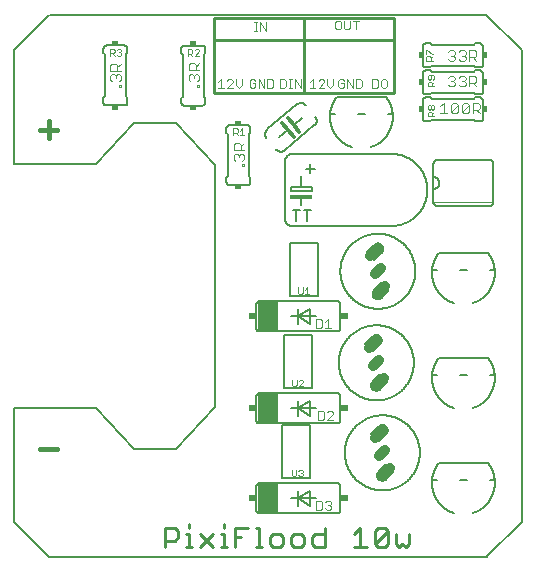
<source format=gto>
G75*
%MOIN*%
%OFA0B0*%
%FSLAX25Y25*%
%IPPOS*%
%LPD*%
%AMOC8*
5,1,8,0,0,1.08239X$1,22.5*
%
%ADD10C,0.00300*%
%ADD11C,0.01100*%
%ADD12C,0.00500*%
%ADD13C,0.00200*%
%ADD14C,0.00600*%
%ADD15R,0.07000X0.10000*%
%ADD16R,0.02500X0.02000*%
%ADD17R,0.02000X0.01500*%
%ADD18C,0.00400*%
%ADD19R,0.07400X0.01700*%
%ADD20C,0.03200*%
%ADD21C,0.01200*%
%ADD22R,0.01500X0.02000*%
%ADD23C,0.01000*%
%ADD24C,0.01500*%
D10*
X0106028Y0021025D02*
X0107479Y0021025D01*
X0107963Y0021509D01*
X0107963Y0023444D01*
X0107479Y0023928D01*
X0106028Y0023928D01*
X0106028Y0021025D01*
X0108975Y0021509D02*
X0109458Y0021025D01*
X0110426Y0021025D01*
X0110910Y0021509D01*
X0110910Y0021993D01*
X0110426Y0022477D01*
X0109942Y0022477D01*
X0110426Y0022477D02*
X0110910Y0022960D01*
X0110910Y0023444D01*
X0110426Y0023928D01*
X0109458Y0023928D01*
X0108975Y0023444D01*
X0109593Y0051017D02*
X0111528Y0052952D01*
X0111528Y0053436D01*
X0111044Y0053920D01*
X0110077Y0053920D01*
X0109593Y0053436D01*
X0108582Y0053436D02*
X0108098Y0053920D01*
X0106647Y0053920D01*
X0106647Y0051017D01*
X0108098Y0051017D01*
X0108582Y0051501D01*
X0108582Y0053436D01*
X0109593Y0051017D02*
X0111528Y0051017D01*
X0110905Y0081648D02*
X0108970Y0081648D01*
X0109937Y0081648D02*
X0109937Y0084551D01*
X0108970Y0083583D01*
X0107958Y0084067D02*
X0107958Y0082132D01*
X0107474Y0081648D01*
X0106023Y0081648D01*
X0106023Y0084551D01*
X0107474Y0084551D01*
X0107958Y0084067D01*
X0108656Y0161650D02*
X0106722Y0161650D01*
X0108656Y0163585D01*
X0108656Y0164069D01*
X0108173Y0164552D01*
X0107205Y0164552D01*
X0106722Y0164069D01*
X0104742Y0164552D02*
X0103775Y0163585D01*
X0104742Y0164552D02*
X0104742Y0161650D01*
X0103775Y0161650D02*
X0105710Y0161650D01*
X0109668Y0162617D02*
X0109668Y0164552D01*
X0109668Y0162617D02*
X0110636Y0161650D01*
X0111603Y0162617D01*
X0111603Y0164552D01*
X0113275Y0164069D02*
X0113275Y0162134D01*
X0113759Y0161650D01*
X0114726Y0161650D01*
X0115210Y0162134D01*
X0115210Y0163101D01*
X0114242Y0163101D01*
X0113275Y0164069D02*
X0113759Y0164552D01*
X0114726Y0164552D01*
X0115210Y0164069D01*
X0116222Y0164552D02*
X0118156Y0161650D01*
X0118156Y0164552D01*
X0119168Y0164552D02*
X0120619Y0164552D01*
X0121103Y0164069D01*
X0121103Y0162134D01*
X0120619Y0161650D01*
X0119168Y0161650D01*
X0119168Y0164552D01*
X0116222Y0164552D02*
X0116222Y0161650D01*
X0124650Y0161650D02*
X0126101Y0161650D01*
X0126585Y0162134D01*
X0126585Y0164069D01*
X0126101Y0164552D01*
X0124650Y0164552D01*
X0124650Y0161650D01*
X0127597Y0162134D02*
X0127597Y0164069D01*
X0128080Y0164552D01*
X0129048Y0164552D01*
X0129531Y0164069D01*
X0129531Y0162134D01*
X0129048Y0161650D01*
X0128080Y0161650D01*
X0127597Y0162134D01*
X0119136Y0181150D02*
X0119136Y0184052D01*
X0120103Y0184052D02*
X0118168Y0184052D01*
X0117156Y0184052D02*
X0117156Y0181634D01*
X0116673Y0181150D01*
X0115705Y0181150D01*
X0115222Y0181634D01*
X0115222Y0184052D01*
X0114210Y0183569D02*
X0114210Y0181634D01*
X0113726Y0181150D01*
X0112759Y0181150D01*
X0112275Y0181634D01*
X0112275Y0183569D01*
X0112759Y0184052D01*
X0113726Y0184052D01*
X0114210Y0183569D01*
X0100746Y0164552D02*
X0100746Y0161650D01*
X0098811Y0164552D01*
X0098811Y0161650D01*
X0097814Y0161650D02*
X0096847Y0161650D01*
X0097330Y0161650D02*
X0097330Y0164552D01*
X0096847Y0164552D02*
X0097814Y0164552D01*
X0095835Y0164069D02*
X0095835Y0162134D01*
X0095351Y0161650D01*
X0093900Y0161650D01*
X0093900Y0164552D01*
X0095351Y0164552D01*
X0095835Y0164069D01*
X0091603Y0164069D02*
X0091603Y0162134D01*
X0091119Y0161650D01*
X0089668Y0161650D01*
X0089668Y0164552D01*
X0091119Y0164552D01*
X0091603Y0164069D01*
X0088656Y0164552D02*
X0088656Y0161650D01*
X0086722Y0164552D01*
X0086722Y0161650D01*
X0085710Y0162134D02*
X0085226Y0161650D01*
X0084259Y0161650D01*
X0083775Y0162134D01*
X0083775Y0164069D01*
X0084259Y0164552D01*
X0085226Y0164552D01*
X0085710Y0164069D01*
X0085710Y0163101D02*
X0084742Y0163101D01*
X0085710Y0163101D02*
X0085710Y0162134D01*
X0081103Y0162617D02*
X0081103Y0164552D01*
X0081103Y0162617D02*
X0080136Y0161650D01*
X0079168Y0162617D01*
X0079168Y0164552D01*
X0078156Y0164069D02*
X0078156Y0163585D01*
X0076222Y0161650D01*
X0078156Y0161650D01*
X0075210Y0161650D02*
X0073275Y0161650D01*
X0074242Y0161650D02*
X0074242Y0164552D01*
X0073275Y0163585D01*
X0076222Y0164069D02*
X0076705Y0164552D01*
X0077673Y0164552D01*
X0078156Y0164069D01*
X0085275Y0180650D02*
X0086242Y0180650D01*
X0085759Y0180650D02*
X0085759Y0183552D01*
X0086242Y0183552D02*
X0085275Y0183552D01*
X0087239Y0183552D02*
X0089174Y0180650D01*
X0089174Y0183552D01*
X0087239Y0183552D02*
X0087239Y0180650D01*
D11*
X0075296Y0016140D02*
X0075296Y0015056D01*
X0075296Y0012887D02*
X0075296Y0008550D01*
X0076380Y0008550D02*
X0074211Y0008550D01*
X0071550Y0008550D02*
X0067213Y0012887D01*
X0063632Y0012887D02*
X0063632Y0008550D01*
X0062548Y0008550D02*
X0064716Y0008550D01*
X0067213Y0008550D02*
X0071550Y0012887D01*
X0074211Y0012887D02*
X0075296Y0012887D01*
X0078877Y0011803D02*
X0081045Y0011803D01*
X0078877Y0015056D02*
X0083214Y0015056D01*
X0085875Y0015056D02*
X0086959Y0015056D01*
X0086959Y0008550D01*
X0085875Y0008550D02*
X0088043Y0008550D01*
X0090540Y0009634D02*
X0091624Y0008550D01*
X0093793Y0008550D01*
X0094877Y0009634D01*
X0094877Y0011803D01*
X0093793Y0012887D01*
X0091624Y0012887D01*
X0090540Y0011803D01*
X0090540Y0009634D01*
X0097538Y0009634D02*
X0098622Y0008550D01*
X0100791Y0008550D01*
X0101875Y0009634D01*
X0101875Y0011803D01*
X0100791Y0012887D01*
X0098622Y0012887D01*
X0097538Y0011803D01*
X0097538Y0009634D01*
X0104536Y0009634D02*
X0105620Y0008550D01*
X0108873Y0008550D01*
X0108873Y0015056D01*
X0108873Y0012887D02*
X0105620Y0012887D01*
X0104536Y0011803D01*
X0104536Y0009634D01*
X0118532Y0008550D02*
X0122869Y0008550D01*
X0120700Y0008550D02*
X0120700Y0015056D01*
X0118532Y0012887D01*
X0125530Y0013971D02*
X0125530Y0009634D01*
X0129867Y0013971D01*
X0129867Y0009634D01*
X0128782Y0008550D01*
X0126614Y0008550D01*
X0125530Y0009634D01*
X0125530Y0013971D02*
X0126614Y0015056D01*
X0128782Y0015056D01*
X0129867Y0013971D01*
X0132528Y0012887D02*
X0132528Y0009634D01*
X0133612Y0008550D01*
X0134696Y0009634D01*
X0135780Y0008550D01*
X0136865Y0009634D01*
X0136865Y0012887D01*
X0078877Y0015056D02*
X0078877Y0008550D01*
X0063632Y0012887D02*
X0062548Y0012887D01*
X0063632Y0015056D02*
X0063632Y0016140D01*
X0059887Y0013971D02*
X0059887Y0011803D01*
X0058803Y0010719D01*
X0055550Y0010719D01*
X0055550Y0008550D02*
X0055550Y0015056D01*
X0058803Y0015056D01*
X0059887Y0013971D01*
D12*
X0094577Y0031700D02*
X0104026Y0031700D01*
X0104026Y0049220D01*
X0094577Y0049220D01*
X0094577Y0031700D01*
X0095217Y0061747D02*
X0104665Y0061747D01*
X0104665Y0079267D01*
X0095217Y0079267D01*
X0095217Y0061747D01*
X0097198Y0092423D02*
X0106647Y0092423D01*
X0106647Y0109943D01*
X0097198Y0109943D01*
X0097198Y0092423D01*
X0099377Y0117384D02*
X0099377Y0120787D01*
X0098243Y0120787D02*
X0100512Y0120787D01*
X0101834Y0120787D02*
X0104103Y0120787D01*
X0102968Y0120787D02*
X0102968Y0117384D01*
X0144548Y0101000D02*
X0146127Y0101000D01*
X0146754Y0106500D02*
X0163246Y0106500D01*
X0163873Y0101000D02*
X0165452Y0101000D01*
X0156127Y0101000D02*
X0153873Y0101000D01*
X0163246Y0106500D02*
X0163399Y0106301D01*
X0163547Y0106099D01*
X0163690Y0105894D01*
X0163828Y0105685D01*
X0163961Y0105473D01*
X0164089Y0105258D01*
X0164211Y0105040D01*
X0164329Y0104819D01*
X0164441Y0104595D01*
X0164548Y0104369D01*
X0164649Y0104140D01*
X0164745Y0103909D01*
X0164836Y0103675D01*
X0164921Y0103440D01*
X0165000Y0103202D01*
X0165073Y0102963D01*
X0165141Y0102722D01*
X0165203Y0102480D01*
X0165259Y0102236D01*
X0165310Y0101990D01*
X0165354Y0101744D01*
X0165393Y0101497D01*
X0165425Y0101249D01*
X0165452Y0101000D01*
X0165474Y0100745D01*
X0165489Y0100489D01*
X0165497Y0100233D01*
X0165500Y0099976D01*
X0165496Y0099720D01*
X0165486Y0099464D01*
X0165470Y0099208D01*
X0165448Y0098953D01*
X0165419Y0098698D01*
X0165384Y0098444D01*
X0165343Y0098191D01*
X0165296Y0097939D01*
X0165242Y0097689D01*
X0165183Y0097440D01*
X0165117Y0097192D01*
X0165046Y0096946D01*
X0164968Y0096701D01*
X0164885Y0096459D01*
X0164796Y0096219D01*
X0164700Y0095981D01*
X0164599Y0095745D01*
X0164493Y0095512D01*
X0164380Y0095282D01*
X0164262Y0095054D01*
X0164139Y0094830D01*
X0164010Y0094608D01*
X0163876Y0094390D01*
X0163736Y0094175D01*
X0163591Y0093964D01*
X0163441Y0093756D01*
X0163287Y0093552D01*
X0163127Y0093351D01*
X0162962Y0093155D01*
X0162793Y0092963D01*
X0162618Y0092774D01*
X0162440Y0092591D01*
X0162257Y0092411D01*
X0162069Y0092236D01*
X0161878Y0092066D01*
X0161682Y0091901D01*
X0161482Y0091740D01*
X0161279Y0091584D01*
X0161072Y0091434D01*
X0160861Y0091288D01*
X0160646Y0091147D01*
X0160429Y0091012D01*
X0160208Y0090882D01*
X0159984Y0090758D01*
X0159757Y0090639D01*
X0159527Y0090526D01*
X0159294Y0090418D01*
X0159059Y0090316D01*
X0158821Y0090220D01*
X0158582Y0090130D01*
X0158340Y0090045D01*
X0158096Y0089967D01*
X0151904Y0089967D02*
X0151662Y0090045D01*
X0151422Y0090129D01*
X0151184Y0090218D01*
X0150948Y0090313D01*
X0150714Y0090415D01*
X0150483Y0090521D01*
X0150255Y0090634D01*
X0150029Y0090751D01*
X0149806Y0090874D01*
X0149587Y0091003D01*
X0149370Y0091137D01*
X0149157Y0091276D01*
X0148947Y0091420D01*
X0148741Y0091569D01*
X0148539Y0091723D01*
X0148340Y0091882D01*
X0148145Y0092046D01*
X0147954Y0092215D01*
X0147768Y0092388D01*
X0147585Y0092565D01*
X0147407Y0092747D01*
X0147234Y0092933D01*
X0147065Y0093124D01*
X0146901Y0093318D01*
X0146741Y0093516D01*
X0146586Y0093718D01*
X0146437Y0093924D01*
X0146292Y0094133D01*
X0146152Y0094346D01*
X0146018Y0094562D01*
X0145889Y0094782D01*
X0145765Y0095004D01*
X0145646Y0095229D01*
X0145534Y0095457D01*
X0145426Y0095688D01*
X0145325Y0095921D01*
X0145229Y0096157D01*
X0145138Y0096395D01*
X0145054Y0096635D01*
X0144975Y0096877D01*
X0144902Y0097121D01*
X0144836Y0097367D01*
X0144775Y0097614D01*
X0144720Y0097862D01*
X0144671Y0098112D01*
X0144628Y0098363D01*
X0144592Y0098615D01*
X0144561Y0098867D01*
X0144537Y0099121D01*
X0144519Y0099374D01*
X0144507Y0099629D01*
X0144501Y0099883D01*
X0144501Y0100138D01*
X0144507Y0100392D01*
X0144520Y0100646D01*
X0144539Y0100900D01*
X0144564Y0101153D01*
X0144595Y0101406D01*
X0144632Y0101658D01*
X0144675Y0101908D01*
X0144724Y0102158D01*
X0144780Y0102407D01*
X0144841Y0102654D01*
X0144908Y0102899D01*
X0144981Y0103143D01*
X0145060Y0103385D01*
X0145145Y0103624D01*
X0145236Y0103862D01*
X0145333Y0104098D01*
X0145435Y0104331D01*
X0145543Y0104561D01*
X0145656Y0104789D01*
X0145775Y0105014D01*
X0145899Y0105236D01*
X0146029Y0105455D01*
X0146163Y0105671D01*
X0146303Y0105884D01*
X0146449Y0106093D01*
X0146599Y0106298D01*
X0146754Y0106500D01*
X0146754Y0071500D02*
X0163246Y0071500D01*
X0163873Y0066000D02*
X0165452Y0066000D01*
X0156127Y0066000D02*
X0153873Y0066000D01*
X0163246Y0071500D02*
X0163399Y0071301D01*
X0163547Y0071099D01*
X0163690Y0070894D01*
X0163828Y0070685D01*
X0163961Y0070473D01*
X0164089Y0070258D01*
X0164211Y0070040D01*
X0164329Y0069819D01*
X0164441Y0069595D01*
X0164548Y0069369D01*
X0164649Y0069140D01*
X0164745Y0068909D01*
X0164836Y0068675D01*
X0164921Y0068440D01*
X0165000Y0068202D01*
X0165073Y0067963D01*
X0165141Y0067722D01*
X0165203Y0067480D01*
X0165259Y0067236D01*
X0165310Y0066990D01*
X0165354Y0066744D01*
X0165393Y0066497D01*
X0165425Y0066249D01*
X0165452Y0066000D01*
X0165474Y0065745D01*
X0165489Y0065489D01*
X0165497Y0065233D01*
X0165500Y0064976D01*
X0165496Y0064720D01*
X0165486Y0064464D01*
X0165470Y0064208D01*
X0165448Y0063953D01*
X0165419Y0063698D01*
X0165384Y0063444D01*
X0165343Y0063191D01*
X0165296Y0062939D01*
X0165242Y0062689D01*
X0165183Y0062440D01*
X0165117Y0062192D01*
X0165046Y0061946D01*
X0164968Y0061701D01*
X0164885Y0061459D01*
X0164796Y0061219D01*
X0164700Y0060981D01*
X0164599Y0060745D01*
X0164493Y0060512D01*
X0164380Y0060282D01*
X0164262Y0060054D01*
X0164139Y0059830D01*
X0164010Y0059608D01*
X0163876Y0059390D01*
X0163736Y0059175D01*
X0163591Y0058964D01*
X0163441Y0058756D01*
X0163287Y0058552D01*
X0163127Y0058351D01*
X0162962Y0058155D01*
X0162793Y0057963D01*
X0162618Y0057774D01*
X0162440Y0057591D01*
X0162257Y0057411D01*
X0162069Y0057236D01*
X0161878Y0057066D01*
X0161682Y0056901D01*
X0161482Y0056740D01*
X0161279Y0056584D01*
X0161072Y0056434D01*
X0160861Y0056288D01*
X0160646Y0056147D01*
X0160429Y0056012D01*
X0160208Y0055882D01*
X0159984Y0055758D01*
X0159757Y0055639D01*
X0159527Y0055526D01*
X0159294Y0055418D01*
X0159059Y0055316D01*
X0158821Y0055220D01*
X0158582Y0055130D01*
X0158340Y0055045D01*
X0158096Y0054967D01*
X0151904Y0054967D02*
X0151662Y0055045D01*
X0151422Y0055129D01*
X0151184Y0055218D01*
X0150948Y0055313D01*
X0150714Y0055415D01*
X0150483Y0055521D01*
X0150255Y0055634D01*
X0150029Y0055751D01*
X0149806Y0055874D01*
X0149587Y0056003D01*
X0149370Y0056137D01*
X0149157Y0056276D01*
X0148947Y0056420D01*
X0148741Y0056569D01*
X0148539Y0056723D01*
X0148340Y0056882D01*
X0148145Y0057046D01*
X0147954Y0057215D01*
X0147768Y0057388D01*
X0147585Y0057565D01*
X0147407Y0057747D01*
X0147234Y0057933D01*
X0147065Y0058124D01*
X0146901Y0058318D01*
X0146741Y0058516D01*
X0146586Y0058718D01*
X0146437Y0058924D01*
X0146292Y0059133D01*
X0146152Y0059346D01*
X0146018Y0059562D01*
X0145889Y0059782D01*
X0145765Y0060004D01*
X0145646Y0060229D01*
X0145534Y0060457D01*
X0145426Y0060688D01*
X0145325Y0060921D01*
X0145229Y0061157D01*
X0145138Y0061395D01*
X0145054Y0061635D01*
X0144975Y0061877D01*
X0144902Y0062121D01*
X0144836Y0062367D01*
X0144775Y0062614D01*
X0144720Y0062862D01*
X0144671Y0063112D01*
X0144628Y0063363D01*
X0144592Y0063615D01*
X0144561Y0063867D01*
X0144537Y0064121D01*
X0144519Y0064374D01*
X0144507Y0064629D01*
X0144501Y0064883D01*
X0144501Y0065138D01*
X0144507Y0065392D01*
X0144520Y0065646D01*
X0144539Y0065900D01*
X0144564Y0066153D01*
X0144595Y0066406D01*
X0144632Y0066658D01*
X0144675Y0066908D01*
X0144724Y0067158D01*
X0144780Y0067407D01*
X0144841Y0067654D01*
X0144908Y0067899D01*
X0144981Y0068143D01*
X0145060Y0068385D01*
X0145145Y0068624D01*
X0145236Y0068862D01*
X0145333Y0069098D01*
X0145435Y0069331D01*
X0145543Y0069561D01*
X0145656Y0069789D01*
X0145775Y0070014D01*
X0145899Y0070236D01*
X0146029Y0070455D01*
X0146163Y0070671D01*
X0146303Y0070884D01*
X0146449Y0071093D01*
X0146599Y0071298D01*
X0146754Y0071500D01*
X0146127Y0066000D02*
X0144548Y0066000D01*
X0146754Y0036500D02*
X0163246Y0036500D01*
X0163873Y0031000D02*
X0165452Y0031000D01*
X0156127Y0031000D02*
X0153873Y0031000D01*
X0163246Y0036500D02*
X0163399Y0036301D01*
X0163547Y0036099D01*
X0163690Y0035894D01*
X0163828Y0035685D01*
X0163961Y0035473D01*
X0164089Y0035258D01*
X0164211Y0035040D01*
X0164329Y0034819D01*
X0164441Y0034595D01*
X0164548Y0034369D01*
X0164649Y0034140D01*
X0164745Y0033909D01*
X0164836Y0033675D01*
X0164921Y0033440D01*
X0165000Y0033202D01*
X0165073Y0032963D01*
X0165141Y0032722D01*
X0165203Y0032480D01*
X0165259Y0032236D01*
X0165310Y0031990D01*
X0165354Y0031744D01*
X0165393Y0031497D01*
X0165425Y0031249D01*
X0165452Y0031000D01*
X0165474Y0030745D01*
X0165489Y0030489D01*
X0165497Y0030233D01*
X0165500Y0029976D01*
X0165496Y0029720D01*
X0165486Y0029464D01*
X0165470Y0029208D01*
X0165448Y0028953D01*
X0165419Y0028698D01*
X0165384Y0028444D01*
X0165343Y0028191D01*
X0165296Y0027939D01*
X0165242Y0027689D01*
X0165183Y0027440D01*
X0165117Y0027192D01*
X0165046Y0026946D01*
X0164968Y0026701D01*
X0164885Y0026459D01*
X0164796Y0026219D01*
X0164700Y0025981D01*
X0164599Y0025745D01*
X0164493Y0025512D01*
X0164380Y0025282D01*
X0164262Y0025054D01*
X0164139Y0024830D01*
X0164010Y0024608D01*
X0163876Y0024390D01*
X0163736Y0024175D01*
X0163591Y0023964D01*
X0163441Y0023756D01*
X0163287Y0023552D01*
X0163127Y0023351D01*
X0162962Y0023155D01*
X0162793Y0022963D01*
X0162618Y0022774D01*
X0162440Y0022591D01*
X0162257Y0022411D01*
X0162069Y0022236D01*
X0161878Y0022066D01*
X0161682Y0021901D01*
X0161482Y0021740D01*
X0161279Y0021584D01*
X0161072Y0021434D01*
X0160861Y0021288D01*
X0160646Y0021147D01*
X0160429Y0021012D01*
X0160208Y0020882D01*
X0159984Y0020758D01*
X0159757Y0020639D01*
X0159527Y0020526D01*
X0159294Y0020418D01*
X0159059Y0020316D01*
X0158821Y0020220D01*
X0158582Y0020130D01*
X0158340Y0020045D01*
X0158096Y0019967D01*
X0151904Y0019967D02*
X0151662Y0020045D01*
X0151422Y0020129D01*
X0151184Y0020218D01*
X0150948Y0020313D01*
X0150714Y0020415D01*
X0150483Y0020521D01*
X0150255Y0020634D01*
X0150029Y0020751D01*
X0149806Y0020874D01*
X0149587Y0021003D01*
X0149370Y0021137D01*
X0149157Y0021276D01*
X0148947Y0021420D01*
X0148741Y0021569D01*
X0148539Y0021723D01*
X0148340Y0021882D01*
X0148145Y0022046D01*
X0147954Y0022215D01*
X0147768Y0022388D01*
X0147585Y0022565D01*
X0147407Y0022747D01*
X0147234Y0022933D01*
X0147065Y0023124D01*
X0146901Y0023318D01*
X0146741Y0023516D01*
X0146586Y0023718D01*
X0146437Y0023924D01*
X0146292Y0024133D01*
X0146152Y0024346D01*
X0146018Y0024562D01*
X0145889Y0024782D01*
X0145765Y0025004D01*
X0145646Y0025229D01*
X0145534Y0025457D01*
X0145426Y0025688D01*
X0145325Y0025921D01*
X0145229Y0026157D01*
X0145138Y0026395D01*
X0145054Y0026635D01*
X0144975Y0026877D01*
X0144902Y0027121D01*
X0144836Y0027367D01*
X0144775Y0027614D01*
X0144720Y0027862D01*
X0144671Y0028112D01*
X0144628Y0028363D01*
X0144592Y0028615D01*
X0144561Y0028867D01*
X0144537Y0029121D01*
X0144519Y0029374D01*
X0144507Y0029629D01*
X0144501Y0029883D01*
X0144501Y0030138D01*
X0144507Y0030392D01*
X0144520Y0030646D01*
X0144539Y0030900D01*
X0144564Y0031153D01*
X0144595Y0031406D01*
X0144632Y0031658D01*
X0144675Y0031908D01*
X0144724Y0032158D01*
X0144780Y0032407D01*
X0144841Y0032654D01*
X0144908Y0032899D01*
X0144981Y0033143D01*
X0145060Y0033385D01*
X0145145Y0033624D01*
X0145236Y0033862D01*
X0145333Y0034098D01*
X0145435Y0034331D01*
X0145543Y0034561D01*
X0145656Y0034789D01*
X0145775Y0035014D01*
X0145899Y0035236D01*
X0146029Y0035455D01*
X0146163Y0035671D01*
X0146303Y0035884D01*
X0146449Y0036093D01*
X0146599Y0036298D01*
X0146754Y0036500D01*
X0146127Y0031000D02*
X0144548Y0031000D01*
X0162726Y0005100D02*
X0017100Y0005100D01*
X0017100Y0186021D02*
X0162726Y0186021D01*
D13*
X0144800Y0172910D02*
X0144433Y0172910D01*
X0142965Y0174378D01*
X0142598Y0174378D01*
X0142598Y0172910D01*
X0142965Y0172168D02*
X0143699Y0172168D01*
X0144066Y0171801D01*
X0144066Y0170700D01*
X0144066Y0171434D02*
X0144800Y0172168D01*
X0144800Y0170700D02*
X0142598Y0170700D01*
X0142598Y0171801D01*
X0142965Y0172168D01*
X0143465Y0165878D02*
X0143098Y0165511D01*
X0143098Y0164777D01*
X0143465Y0164410D01*
X0143832Y0164410D01*
X0144199Y0164777D01*
X0144199Y0165878D01*
X0144933Y0165878D02*
X0143465Y0165878D01*
X0144933Y0165878D02*
X0145300Y0165511D01*
X0145300Y0164777D01*
X0144933Y0164410D01*
X0145300Y0163668D02*
X0144566Y0162934D01*
X0144566Y0163301D02*
X0144566Y0162200D01*
X0145300Y0162200D02*
X0143098Y0162200D01*
X0143098Y0163301D01*
X0143465Y0163668D01*
X0144199Y0163668D01*
X0144566Y0163301D01*
X0144566Y0155878D02*
X0144933Y0155878D01*
X0145300Y0155511D01*
X0145300Y0154777D01*
X0144933Y0154410D01*
X0144566Y0154410D01*
X0144199Y0154777D01*
X0144199Y0155511D01*
X0144566Y0155878D01*
X0144199Y0155511D02*
X0143832Y0155878D01*
X0143465Y0155878D01*
X0143098Y0155511D01*
X0143098Y0154777D01*
X0143465Y0154410D01*
X0143832Y0154410D01*
X0144199Y0154777D01*
X0144199Y0153668D02*
X0143465Y0153668D01*
X0143098Y0153301D01*
X0143098Y0152200D01*
X0145300Y0152200D01*
X0144566Y0152200D02*
X0144566Y0153301D01*
X0144199Y0153668D01*
X0144566Y0152934D02*
X0145300Y0153668D01*
X0145000Y0123700D02*
X0165000Y0123700D01*
X0102873Y0095095D02*
X0102873Y0092893D01*
X0102139Y0092893D02*
X0103607Y0092893D01*
X0102139Y0094361D02*
X0102873Y0095095D01*
X0101397Y0095095D02*
X0101397Y0093260D01*
X0101030Y0092893D01*
X0100296Y0092893D01*
X0099929Y0093260D01*
X0099929Y0095095D01*
X0099416Y0064419D02*
X0099416Y0062584D01*
X0099049Y0062217D01*
X0098315Y0062217D01*
X0097948Y0062584D01*
X0097948Y0064419D01*
X0100158Y0064052D02*
X0100525Y0064419D01*
X0101259Y0064419D01*
X0101626Y0064052D01*
X0101626Y0063685D01*
X0100158Y0062217D01*
X0101626Y0062217D01*
X0101119Y0034371D02*
X0101486Y0034004D01*
X0101486Y0033637D01*
X0101119Y0033270D01*
X0101486Y0032904D01*
X0101486Y0032537D01*
X0101119Y0032170D01*
X0100385Y0032170D01*
X0100018Y0032537D01*
X0099276Y0032537D02*
X0099276Y0034371D01*
X0100018Y0034004D02*
X0100385Y0034371D01*
X0101119Y0034371D01*
X0101119Y0033270D02*
X0100752Y0033270D01*
X0099276Y0032537D02*
X0098909Y0032170D01*
X0098175Y0032170D01*
X0097808Y0032537D01*
X0097808Y0034371D01*
X0081999Y0145908D02*
X0080531Y0145908D01*
X0081265Y0145908D02*
X0081265Y0148110D01*
X0080531Y0147376D01*
X0079789Y0147743D02*
X0079789Y0147009D01*
X0079422Y0146642D01*
X0078321Y0146642D01*
X0079055Y0146642D02*
X0079789Y0145908D01*
X0078321Y0145908D02*
X0078321Y0148110D01*
X0079422Y0148110D01*
X0079789Y0147743D01*
X0066871Y0172318D02*
X0065403Y0172318D01*
X0066871Y0173785D01*
X0066871Y0174152D01*
X0066504Y0174519D01*
X0065770Y0174519D01*
X0065403Y0174152D01*
X0064661Y0174152D02*
X0064661Y0173418D01*
X0064294Y0173051D01*
X0063193Y0173051D01*
X0063193Y0172318D02*
X0063193Y0174519D01*
X0064294Y0174519D01*
X0064661Y0174152D01*
X0063927Y0173051D02*
X0064661Y0172318D01*
X0040959Y0172735D02*
X0040593Y0172368D01*
X0039859Y0172368D01*
X0039492Y0172735D01*
X0038750Y0172368D02*
X0038016Y0173102D01*
X0038383Y0173102D02*
X0037282Y0173102D01*
X0037282Y0172368D02*
X0037282Y0174570D01*
X0038383Y0174570D01*
X0038750Y0174203D01*
X0038750Y0173469D01*
X0038383Y0173102D01*
X0039492Y0174203D02*
X0039859Y0174570D01*
X0040593Y0174570D01*
X0040959Y0174203D01*
X0040959Y0173836D01*
X0040593Y0173469D01*
X0040959Y0173102D01*
X0040959Y0172735D01*
X0040593Y0173469D02*
X0040226Y0173469D01*
D14*
X0005100Y0016911D02*
X0016911Y0005100D01*
X0005100Y0016911D02*
X0005100Y0055000D01*
X0032600Y0055000D01*
X0045100Y0041100D01*
X0059100Y0041100D01*
X0072100Y0055100D01*
X0072100Y0136021D01*
X0059100Y0150021D01*
X0045100Y0150021D01*
X0032600Y0136121D01*
X0005100Y0136121D01*
X0005100Y0174250D01*
X0016911Y0186061D01*
X0035043Y0174793D02*
X0035043Y0173293D01*
X0035543Y0172793D01*
X0035543Y0158793D01*
X0035043Y0158293D01*
X0035043Y0156793D01*
X0035045Y0156733D01*
X0035050Y0156672D01*
X0035059Y0156613D01*
X0035072Y0156554D01*
X0035088Y0156495D01*
X0035108Y0156438D01*
X0035131Y0156383D01*
X0035158Y0156328D01*
X0035187Y0156276D01*
X0035220Y0156225D01*
X0035256Y0156176D01*
X0035294Y0156130D01*
X0035336Y0156086D01*
X0035380Y0156044D01*
X0035426Y0156006D01*
X0035475Y0155970D01*
X0035526Y0155937D01*
X0035578Y0155908D01*
X0035633Y0155881D01*
X0035688Y0155858D01*
X0035745Y0155838D01*
X0035804Y0155822D01*
X0035863Y0155809D01*
X0035922Y0155800D01*
X0035983Y0155795D01*
X0036043Y0155793D01*
X0042043Y0155793D01*
X0042103Y0155795D01*
X0042164Y0155800D01*
X0042223Y0155809D01*
X0042282Y0155822D01*
X0042341Y0155838D01*
X0042398Y0155858D01*
X0042453Y0155881D01*
X0042508Y0155908D01*
X0042560Y0155937D01*
X0042611Y0155970D01*
X0042660Y0156006D01*
X0042706Y0156044D01*
X0042750Y0156086D01*
X0042792Y0156130D01*
X0042830Y0156176D01*
X0042866Y0156225D01*
X0042899Y0156276D01*
X0042928Y0156328D01*
X0042955Y0156383D01*
X0042978Y0156438D01*
X0042998Y0156495D01*
X0043014Y0156554D01*
X0043027Y0156613D01*
X0043036Y0156672D01*
X0043041Y0156733D01*
X0043043Y0156793D01*
X0043043Y0158293D01*
X0042543Y0158793D01*
X0042543Y0172793D01*
X0043043Y0173293D01*
X0043043Y0174793D01*
X0043041Y0174853D01*
X0043036Y0174914D01*
X0043027Y0174973D01*
X0043014Y0175032D01*
X0042998Y0175091D01*
X0042978Y0175148D01*
X0042955Y0175203D01*
X0042928Y0175258D01*
X0042899Y0175310D01*
X0042866Y0175361D01*
X0042830Y0175410D01*
X0042792Y0175456D01*
X0042750Y0175500D01*
X0042706Y0175542D01*
X0042660Y0175580D01*
X0042611Y0175616D01*
X0042560Y0175649D01*
X0042508Y0175678D01*
X0042453Y0175705D01*
X0042398Y0175728D01*
X0042341Y0175748D01*
X0042282Y0175764D01*
X0042223Y0175777D01*
X0042164Y0175786D01*
X0042103Y0175791D01*
X0042043Y0175793D01*
X0036043Y0175793D01*
X0035983Y0175791D01*
X0035922Y0175786D01*
X0035863Y0175777D01*
X0035804Y0175764D01*
X0035745Y0175748D01*
X0035688Y0175728D01*
X0035633Y0175705D01*
X0035578Y0175678D01*
X0035526Y0175649D01*
X0035475Y0175616D01*
X0035426Y0175580D01*
X0035380Y0175542D01*
X0035336Y0175500D01*
X0035294Y0175456D01*
X0035256Y0175410D01*
X0035220Y0175361D01*
X0035187Y0175310D01*
X0035158Y0175258D01*
X0035131Y0175203D01*
X0035108Y0175148D01*
X0035088Y0175091D01*
X0035072Y0175032D01*
X0035059Y0174973D01*
X0035050Y0174914D01*
X0035045Y0174853D01*
X0035043Y0174793D01*
X0060993Y0174757D02*
X0060993Y0173257D01*
X0061493Y0172757D01*
X0061493Y0158757D01*
X0060993Y0158257D01*
X0060993Y0156757D01*
X0060995Y0156697D01*
X0061000Y0156636D01*
X0061009Y0156577D01*
X0061022Y0156518D01*
X0061038Y0156459D01*
X0061058Y0156402D01*
X0061081Y0156347D01*
X0061108Y0156292D01*
X0061137Y0156240D01*
X0061170Y0156189D01*
X0061206Y0156140D01*
X0061244Y0156094D01*
X0061286Y0156050D01*
X0061330Y0156008D01*
X0061376Y0155970D01*
X0061425Y0155934D01*
X0061476Y0155901D01*
X0061528Y0155872D01*
X0061583Y0155845D01*
X0061638Y0155822D01*
X0061695Y0155802D01*
X0061754Y0155786D01*
X0061813Y0155773D01*
X0061872Y0155764D01*
X0061933Y0155759D01*
X0061993Y0155757D01*
X0067993Y0155757D01*
X0068053Y0155759D01*
X0068114Y0155764D01*
X0068173Y0155773D01*
X0068232Y0155786D01*
X0068291Y0155802D01*
X0068348Y0155822D01*
X0068403Y0155845D01*
X0068458Y0155872D01*
X0068510Y0155901D01*
X0068561Y0155934D01*
X0068610Y0155970D01*
X0068656Y0156008D01*
X0068700Y0156050D01*
X0068742Y0156094D01*
X0068780Y0156140D01*
X0068816Y0156189D01*
X0068849Y0156240D01*
X0068878Y0156292D01*
X0068905Y0156347D01*
X0068928Y0156402D01*
X0068948Y0156459D01*
X0068964Y0156518D01*
X0068977Y0156577D01*
X0068986Y0156636D01*
X0068991Y0156697D01*
X0068993Y0156757D01*
X0068993Y0158257D01*
X0068493Y0158757D01*
X0068493Y0172757D01*
X0068993Y0173257D01*
X0068993Y0174757D01*
X0068991Y0174817D01*
X0068986Y0174878D01*
X0068977Y0174937D01*
X0068964Y0174996D01*
X0068948Y0175055D01*
X0068928Y0175112D01*
X0068905Y0175167D01*
X0068878Y0175222D01*
X0068849Y0175274D01*
X0068816Y0175325D01*
X0068780Y0175374D01*
X0068742Y0175420D01*
X0068700Y0175464D01*
X0068656Y0175506D01*
X0068610Y0175544D01*
X0068561Y0175580D01*
X0068510Y0175613D01*
X0068458Y0175642D01*
X0068403Y0175669D01*
X0068348Y0175692D01*
X0068291Y0175712D01*
X0068232Y0175728D01*
X0068173Y0175741D01*
X0068114Y0175750D01*
X0068053Y0175755D01*
X0067993Y0175757D01*
X0061993Y0175757D01*
X0061933Y0175755D01*
X0061872Y0175750D01*
X0061813Y0175741D01*
X0061754Y0175728D01*
X0061695Y0175712D01*
X0061638Y0175692D01*
X0061583Y0175669D01*
X0061528Y0175642D01*
X0061476Y0175613D01*
X0061425Y0175580D01*
X0061376Y0175544D01*
X0061330Y0175506D01*
X0061286Y0175464D01*
X0061244Y0175420D01*
X0061206Y0175374D01*
X0061170Y0175325D01*
X0061137Y0175274D01*
X0061108Y0175222D01*
X0061081Y0175167D01*
X0061058Y0175112D01*
X0061038Y0175055D01*
X0061022Y0174996D01*
X0061009Y0174937D01*
X0061000Y0174878D01*
X0060995Y0174817D01*
X0060993Y0174757D01*
X0077042Y0149246D02*
X0083042Y0149246D01*
X0083102Y0149244D01*
X0083163Y0149239D01*
X0083222Y0149230D01*
X0083281Y0149217D01*
X0083340Y0149201D01*
X0083397Y0149181D01*
X0083452Y0149158D01*
X0083507Y0149131D01*
X0083559Y0149102D01*
X0083610Y0149069D01*
X0083659Y0149033D01*
X0083705Y0148995D01*
X0083749Y0148953D01*
X0083791Y0148909D01*
X0083829Y0148863D01*
X0083865Y0148814D01*
X0083898Y0148763D01*
X0083927Y0148711D01*
X0083954Y0148656D01*
X0083977Y0148601D01*
X0083997Y0148544D01*
X0084013Y0148485D01*
X0084026Y0148426D01*
X0084035Y0148367D01*
X0084040Y0148306D01*
X0084042Y0148246D01*
X0084042Y0146746D01*
X0083542Y0146246D01*
X0083542Y0132246D01*
X0084042Y0131746D01*
X0084042Y0130246D01*
X0084040Y0130186D01*
X0084035Y0130125D01*
X0084026Y0130066D01*
X0084013Y0130007D01*
X0083997Y0129948D01*
X0083977Y0129891D01*
X0083954Y0129836D01*
X0083927Y0129781D01*
X0083898Y0129729D01*
X0083865Y0129678D01*
X0083829Y0129629D01*
X0083791Y0129583D01*
X0083749Y0129539D01*
X0083705Y0129497D01*
X0083659Y0129459D01*
X0083610Y0129423D01*
X0083559Y0129390D01*
X0083507Y0129361D01*
X0083452Y0129334D01*
X0083397Y0129311D01*
X0083340Y0129291D01*
X0083281Y0129275D01*
X0083222Y0129262D01*
X0083163Y0129253D01*
X0083102Y0129248D01*
X0083042Y0129246D01*
X0077042Y0129246D01*
X0076982Y0129248D01*
X0076921Y0129253D01*
X0076862Y0129262D01*
X0076803Y0129275D01*
X0076744Y0129291D01*
X0076687Y0129311D01*
X0076632Y0129334D01*
X0076577Y0129361D01*
X0076525Y0129390D01*
X0076474Y0129423D01*
X0076425Y0129459D01*
X0076379Y0129497D01*
X0076335Y0129539D01*
X0076293Y0129583D01*
X0076255Y0129629D01*
X0076219Y0129678D01*
X0076186Y0129729D01*
X0076157Y0129781D01*
X0076130Y0129836D01*
X0076107Y0129891D01*
X0076087Y0129948D01*
X0076071Y0130007D01*
X0076058Y0130066D01*
X0076049Y0130125D01*
X0076044Y0130186D01*
X0076042Y0130246D01*
X0076042Y0131746D01*
X0076542Y0132246D01*
X0076542Y0146246D01*
X0076042Y0146746D01*
X0076042Y0148246D01*
X0076044Y0148306D01*
X0076049Y0148367D01*
X0076058Y0148426D01*
X0076071Y0148485D01*
X0076087Y0148544D01*
X0076107Y0148601D01*
X0076130Y0148656D01*
X0076157Y0148711D01*
X0076186Y0148763D01*
X0076219Y0148814D01*
X0076255Y0148863D01*
X0076293Y0148909D01*
X0076335Y0148953D01*
X0076379Y0148995D01*
X0076425Y0149033D01*
X0076474Y0149069D01*
X0076525Y0149102D01*
X0076577Y0149131D01*
X0076632Y0149158D01*
X0076687Y0149181D01*
X0076744Y0149201D01*
X0076803Y0149217D01*
X0076862Y0149230D01*
X0076921Y0149239D01*
X0076982Y0149244D01*
X0077042Y0149246D01*
X0089628Y0147769D02*
X0099587Y0156125D01*
X0099586Y0156125D02*
X0099654Y0156180D01*
X0099725Y0156231D01*
X0099797Y0156280D01*
X0099872Y0156325D01*
X0099948Y0156367D01*
X0100027Y0156406D01*
X0100107Y0156441D01*
X0100188Y0156472D01*
X0100271Y0156500D01*
X0100354Y0156525D01*
X0100439Y0156546D01*
X0100525Y0156563D01*
X0100611Y0156576D01*
X0100698Y0156585D01*
X0100785Y0156591D01*
X0100872Y0156593D01*
X0100959Y0156591D01*
X0101046Y0156585D01*
X0101133Y0156576D01*
X0101219Y0156563D01*
X0101305Y0156546D01*
X0101390Y0156525D01*
X0101473Y0156500D01*
X0101556Y0156472D01*
X0101637Y0156441D01*
X0101717Y0156406D01*
X0101795Y0156367D01*
X0101872Y0156325D01*
X0101947Y0156280D01*
X0102019Y0156231D01*
X0102090Y0156180D01*
X0102158Y0156125D01*
X0102223Y0156068D01*
X0102286Y0156007D01*
X0102347Y0155944D01*
X0102404Y0155879D01*
X0101330Y0151714D02*
X0098419Y0149271D01*
X0096504Y0147664D02*
X0093670Y0145286D01*
X0092596Y0141121D02*
X0092653Y0141056D01*
X0092714Y0140993D01*
X0092777Y0140932D01*
X0092842Y0140875D01*
X0092910Y0140820D01*
X0092981Y0140769D01*
X0093053Y0140720D01*
X0093128Y0140675D01*
X0093205Y0140633D01*
X0093283Y0140594D01*
X0093363Y0140559D01*
X0093444Y0140528D01*
X0093527Y0140500D01*
X0093610Y0140475D01*
X0093695Y0140454D01*
X0093781Y0140437D01*
X0093867Y0140424D01*
X0093954Y0140415D01*
X0094041Y0140409D01*
X0094128Y0140407D01*
X0094215Y0140409D01*
X0094302Y0140415D01*
X0094389Y0140424D01*
X0094475Y0140437D01*
X0094561Y0140454D01*
X0094646Y0140475D01*
X0094729Y0140500D01*
X0094812Y0140528D01*
X0094893Y0140559D01*
X0094973Y0140594D01*
X0095052Y0140633D01*
X0095128Y0140675D01*
X0095203Y0140720D01*
X0095275Y0140769D01*
X0095346Y0140820D01*
X0095414Y0140875D01*
X0095413Y0140875D02*
X0105372Y0149231D01*
X0105437Y0149288D01*
X0105500Y0149349D01*
X0105561Y0149412D01*
X0105618Y0149477D01*
X0105673Y0149545D01*
X0105724Y0149616D01*
X0105773Y0149688D01*
X0105818Y0149763D01*
X0105860Y0149839D01*
X0105899Y0149918D01*
X0105934Y0149998D01*
X0105965Y0150079D01*
X0105993Y0150162D01*
X0106018Y0150245D01*
X0106039Y0150330D01*
X0106056Y0150416D01*
X0106069Y0150502D01*
X0106078Y0150589D01*
X0106084Y0150676D01*
X0106086Y0150763D01*
X0106084Y0150850D01*
X0106078Y0150937D01*
X0106069Y0151024D01*
X0106056Y0151110D01*
X0106039Y0151196D01*
X0106018Y0151281D01*
X0105993Y0151364D01*
X0105965Y0151447D01*
X0105934Y0151528D01*
X0105899Y0151608D01*
X0105860Y0151686D01*
X0105818Y0151763D01*
X0105773Y0151838D01*
X0105724Y0151910D01*
X0105673Y0151981D01*
X0105618Y0152049D01*
X0110547Y0153000D02*
X0112126Y0153000D01*
X0112752Y0158500D02*
X0129248Y0158500D01*
X0129874Y0153000D02*
X0131453Y0153000D01*
X0141500Y0151500D02*
X0141500Y0157500D01*
X0141502Y0157560D01*
X0141507Y0157621D01*
X0141516Y0157680D01*
X0141529Y0157739D01*
X0141545Y0157798D01*
X0141565Y0157855D01*
X0141588Y0157910D01*
X0141615Y0157965D01*
X0141644Y0158017D01*
X0141677Y0158068D01*
X0141713Y0158117D01*
X0141751Y0158163D01*
X0141793Y0158207D01*
X0141837Y0158249D01*
X0141883Y0158287D01*
X0141932Y0158323D01*
X0141983Y0158356D01*
X0142035Y0158385D01*
X0142090Y0158412D01*
X0142145Y0158435D01*
X0142202Y0158455D01*
X0142261Y0158471D01*
X0142320Y0158484D01*
X0142379Y0158493D01*
X0142440Y0158498D01*
X0142500Y0158500D01*
X0144000Y0158500D01*
X0144500Y0158000D01*
X0158500Y0158000D01*
X0159000Y0158500D01*
X0160500Y0158500D01*
X0160500Y0159500D02*
X0159000Y0159500D01*
X0158500Y0160000D01*
X0144500Y0160000D01*
X0144000Y0159500D01*
X0142500Y0159500D01*
X0142440Y0159502D01*
X0142379Y0159507D01*
X0142320Y0159516D01*
X0142261Y0159529D01*
X0142202Y0159545D01*
X0142145Y0159565D01*
X0142090Y0159588D01*
X0142035Y0159615D01*
X0141983Y0159644D01*
X0141932Y0159677D01*
X0141883Y0159713D01*
X0141837Y0159751D01*
X0141793Y0159793D01*
X0141751Y0159837D01*
X0141713Y0159883D01*
X0141677Y0159932D01*
X0141644Y0159983D01*
X0141615Y0160035D01*
X0141588Y0160090D01*
X0141565Y0160145D01*
X0141545Y0160202D01*
X0141529Y0160261D01*
X0141516Y0160320D01*
X0141507Y0160379D01*
X0141502Y0160440D01*
X0141500Y0160500D01*
X0141500Y0166500D01*
X0141502Y0166560D01*
X0141507Y0166621D01*
X0141516Y0166680D01*
X0141529Y0166739D01*
X0141545Y0166798D01*
X0141565Y0166855D01*
X0141588Y0166910D01*
X0141615Y0166965D01*
X0141644Y0167017D01*
X0141677Y0167068D01*
X0141713Y0167117D01*
X0141751Y0167163D01*
X0141793Y0167207D01*
X0141837Y0167249D01*
X0141883Y0167287D01*
X0141932Y0167323D01*
X0141983Y0167356D01*
X0142035Y0167385D01*
X0142090Y0167412D01*
X0142145Y0167435D01*
X0142202Y0167455D01*
X0142261Y0167471D01*
X0142320Y0167484D01*
X0142379Y0167493D01*
X0142440Y0167498D01*
X0142500Y0167500D01*
X0144000Y0167500D01*
X0144500Y0167000D01*
X0158500Y0167000D01*
X0159000Y0167500D01*
X0160500Y0167500D01*
X0160560Y0167498D01*
X0160621Y0167493D01*
X0160680Y0167484D01*
X0160739Y0167471D01*
X0160798Y0167455D01*
X0160855Y0167435D01*
X0160910Y0167412D01*
X0160965Y0167385D01*
X0161017Y0167356D01*
X0161068Y0167323D01*
X0161117Y0167287D01*
X0161163Y0167249D01*
X0161207Y0167207D01*
X0161249Y0167163D01*
X0161287Y0167117D01*
X0161323Y0167068D01*
X0161356Y0167017D01*
X0161385Y0166965D01*
X0161412Y0166910D01*
X0161435Y0166855D01*
X0161455Y0166798D01*
X0161471Y0166739D01*
X0161484Y0166680D01*
X0161493Y0166621D01*
X0161498Y0166560D01*
X0161500Y0166500D01*
X0161500Y0160500D01*
X0161498Y0160440D01*
X0161493Y0160379D01*
X0161484Y0160320D01*
X0161471Y0160261D01*
X0161455Y0160202D01*
X0161435Y0160145D01*
X0161412Y0160090D01*
X0161385Y0160035D01*
X0161356Y0159983D01*
X0161323Y0159932D01*
X0161287Y0159883D01*
X0161249Y0159837D01*
X0161207Y0159793D01*
X0161163Y0159751D01*
X0161117Y0159713D01*
X0161068Y0159677D01*
X0161017Y0159644D01*
X0160965Y0159615D01*
X0160910Y0159588D01*
X0160855Y0159565D01*
X0160798Y0159545D01*
X0160739Y0159529D01*
X0160680Y0159516D01*
X0160621Y0159507D01*
X0160560Y0159502D01*
X0160500Y0159500D01*
X0160500Y0158500D02*
X0160560Y0158498D01*
X0160621Y0158493D01*
X0160680Y0158484D01*
X0160739Y0158471D01*
X0160798Y0158455D01*
X0160855Y0158435D01*
X0160910Y0158412D01*
X0160965Y0158385D01*
X0161017Y0158356D01*
X0161068Y0158323D01*
X0161117Y0158287D01*
X0161163Y0158249D01*
X0161207Y0158207D01*
X0161249Y0158163D01*
X0161287Y0158117D01*
X0161323Y0158068D01*
X0161356Y0158017D01*
X0161385Y0157965D01*
X0161412Y0157910D01*
X0161435Y0157855D01*
X0161455Y0157798D01*
X0161471Y0157739D01*
X0161484Y0157680D01*
X0161493Y0157621D01*
X0161498Y0157560D01*
X0161500Y0157500D01*
X0161500Y0151500D01*
X0161498Y0151440D01*
X0161493Y0151379D01*
X0161484Y0151320D01*
X0161471Y0151261D01*
X0161455Y0151202D01*
X0161435Y0151145D01*
X0161412Y0151090D01*
X0161385Y0151035D01*
X0161356Y0150983D01*
X0161323Y0150932D01*
X0161287Y0150883D01*
X0161249Y0150837D01*
X0161207Y0150793D01*
X0161163Y0150751D01*
X0161117Y0150713D01*
X0161068Y0150677D01*
X0161017Y0150644D01*
X0160965Y0150615D01*
X0160910Y0150588D01*
X0160855Y0150565D01*
X0160798Y0150545D01*
X0160739Y0150529D01*
X0160680Y0150516D01*
X0160621Y0150507D01*
X0160560Y0150502D01*
X0160500Y0150500D01*
X0159000Y0150500D01*
X0158500Y0151000D01*
X0144500Y0151000D01*
X0144000Y0150500D01*
X0142500Y0150500D01*
X0142440Y0150502D01*
X0142379Y0150507D01*
X0142320Y0150516D01*
X0142261Y0150529D01*
X0142202Y0150545D01*
X0142145Y0150565D01*
X0142090Y0150588D01*
X0142035Y0150615D01*
X0141983Y0150644D01*
X0141932Y0150677D01*
X0141883Y0150713D01*
X0141837Y0150751D01*
X0141793Y0150793D01*
X0141751Y0150837D01*
X0141713Y0150883D01*
X0141677Y0150932D01*
X0141644Y0150983D01*
X0141615Y0151035D01*
X0141588Y0151090D01*
X0141565Y0151145D01*
X0141545Y0151202D01*
X0141529Y0151261D01*
X0141516Y0151320D01*
X0141507Y0151379D01*
X0141502Y0151440D01*
X0141500Y0151500D01*
X0130993Y0139634D02*
X0097993Y0139634D01*
X0097895Y0139632D01*
X0097797Y0139626D01*
X0097699Y0139617D01*
X0097602Y0139603D01*
X0097505Y0139586D01*
X0097409Y0139565D01*
X0097314Y0139540D01*
X0097220Y0139512D01*
X0097128Y0139479D01*
X0097036Y0139444D01*
X0096946Y0139404D01*
X0096858Y0139362D01*
X0096771Y0139315D01*
X0096687Y0139266D01*
X0096604Y0139213D01*
X0096524Y0139157D01*
X0096445Y0139097D01*
X0096369Y0139035D01*
X0096296Y0138970D01*
X0096225Y0138902D01*
X0096157Y0138831D01*
X0096092Y0138758D01*
X0096030Y0138682D01*
X0095970Y0138603D01*
X0095914Y0138523D01*
X0095861Y0138440D01*
X0095812Y0138356D01*
X0095765Y0138269D01*
X0095723Y0138181D01*
X0095683Y0138091D01*
X0095648Y0137999D01*
X0095615Y0137907D01*
X0095587Y0137813D01*
X0095562Y0137718D01*
X0095541Y0137622D01*
X0095524Y0137525D01*
X0095510Y0137428D01*
X0095501Y0137330D01*
X0095495Y0137232D01*
X0095493Y0137134D01*
X0095493Y0118134D01*
X0095495Y0118036D01*
X0095501Y0117938D01*
X0095510Y0117840D01*
X0095524Y0117743D01*
X0095541Y0117646D01*
X0095562Y0117550D01*
X0095587Y0117455D01*
X0095615Y0117361D01*
X0095648Y0117269D01*
X0095683Y0117177D01*
X0095723Y0117087D01*
X0095765Y0116999D01*
X0095812Y0116912D01*
X0095861Y0116828D01*
X0095914Y0116745D01*
X0095970Y0116665D01*
X0096030Y0116586D01*
X0096092Y0116510D01*
X0096157Y0116437D01*
X0096225Y0116366D01*
X0096296Y0116298D01*
X0096369Y0116233D01*
X0096445Y0116171D01*
X0096524Y0116111D01*
X0096604Y0116055D01*
X0096687Y0116002D01*
X0096771Y0115953D01*
X0096858Y0115906D01*
X0096946Y0115864D01*
X0097036Y0115824D01*
X0097128Y0115789D01*
X0097220Y0115756D01*
X0097314Y0115728D01*
X0097409Y0115703D01*
X0097505Y0115682D01*
X0097602Y0115665D01*
X0097699Y0115651D01*
X0097797Y0115642D01*
X0097895Y0115636D01*
X0097993Y0115634D01*
X0130993Y0115634D01*
X0125300Y0109300D02*
X0122800Y0106800D01*
X0125300Y0104300D02*
X0127800Y0106800D01*
X0127700Y0106700D02*
X0127759Y0106758D01*
X0127816Y0106818D01*
X0127870Y0106881D01*
X0127921Y0106946D01*
X0127968Y0107014D01*
X0128013Y0107083D01*
X0128054Y0107155D01*
X0128092Y0107229D01*
X0128126Y0107304D01*
X0128157Y0107381D01*
X0128184Y0107459D01*
X0128208Y0107538D01*
X0128227Y0107619D01*
X0128243Y0107700D01*
X0128256Y0107782D01*
X0128264Y0107864D01*
X0128268Y0107947D01*
X0128269Y0108030D01*
X0128265Y0108112D01*
X0128258Y0108195D01*
X0128247Y0108277D01*
X0128232Y0108358D01*
X0128214Y0108439D01*
X0128191Y0108519D01*
X0128165Y0108597D01*
X0128135Y0108674D01*
X0128102Y0108750D01*
X0128065Y0108824D01*
X0128025Y0108897D01*
X0127981Y0108967D01*
X0127935Y0109035D01*
X0127885Y0109101D01*
X0127832Y0109165D01*
X0127776Y0109226D01*
X0127717Y0109284D01*
X0127656Y0109339D01*
X0127592Y0109392D01*
X0127525Y0109442D01*
X0127457Y0109488D01*
X0127386Y0109531D01*
X0127314Y0109571D01*
X0127239Y0109607D01*
X0127163Y0109640D01*
X0127086Y0109669D01*
X0127007Y0109695D01*
X0126927Y0109717D01*
X0126846Y0109735D01*
X0126765Y0109749D01*
X0126683Y0109760D01*
X0126600Y0109766D01*
X0126518Y0109769D01*
X0126435Y0109768D01*
X0126352Y0109763D01*
X0126270Y0109754D01*
X0126188Y0109741D01*
X0126107Y0109725D01*
X0126027Y0109705D01*
X0125948Y0109681D01*
X0125870Y0109653D01*
X0125793Y0109622D01*
X0125718Y0109587D01*
X0125645Y0109548D01*
X0125573Y0109507D01*
X0125504Y0109462D01*
X0125436Y0109414D01*
X0125371Y0109362D01*
X0125309Y0109308D01*
X0125249Y0109251D01*
X0114000Y0100500D02*
X0114004Y0100807D01*
X0114015Y0101113D01*
X0114034Y0101420D01*
X0114060Y0101725D01*
X0114094Y0102030D01*
X0114135Y0102334D01*
X0114184Y0102637D01*
X0114240Y0102939D01*
X0114304Y0103239D01*
X0114375Y0103537D01*
X0114453Y0103834D01*
X0114538Y0104129D01*
X0114631Y0104421D01*
X0114731Y0104711D01*
X0114838Y0104999D01*
X0114952Y0105284D01*
X0115072Y0105566D01*
X0115200Y0105844D01*
X0115335Y0106120D01*
X0115476Y0106392D01*
X0115624Y0106661D01*
X0115778Y0106926D01*
X0115939Y0107187D01*
X0116107Y0107445D01*
X0116280Y0107698D01*
X0116460Y0107946D01*
X0116646Y0108190D01*
X0116837Y0108430D01*
X0117035Y0108665D01*
X0117238Y0108894D01*
X0117447Y0109119D01*
X0117661Y0109339D01*
X0117881Y0109553D01*
X0118106Y0109762D01*
X0118335Y0109965D01*
X0118570Y0110163D01*
X0118810Y0110354D01*
X0119054Y0110540D01*
X0119302Y0110720D01*
X0119555Y0110893D01*
X0119813Y0111061D01*
X0120074Y0111222D01*
X0120339Y0111376D01*
X0120608Y0111524D01*
X0120880Y0111665D01*
X0121156Y0111800D01*
X0121434Y0111928D01*
X0121716Y0112048D01*
X0122001Y0112162D01*
X0122289Y0112269D01*
X0122579Y0112369D01*
X0122871Y0112462D01*
X0123166Y0112547D01*
X0123463Y0112625D01*
X0123761Y0112696D01*
X0124061Y0112760D01*
X0124363Y0112816D01*
X0124666Y0112865D01*
X0124970Y0112906D01*
X0125275Y0112940D01*
X0125580Y0112966D01*
X0125887Y0112985D01*
X0126193Y0112996D01*
X0126500Y0113000D01*
X0126807Y0112996D01*
X0127113Y0112985D01*
X0127420Y0112966D01*
X0127725Y0112940D01*
X0128030Y0112906D01*
X0128334Y0112865D01*
X0128637Y0112816D01*
X0128939Y0112760D01*
X0129239Y0112696D01*
X0129537Y0112625D01*
X0129834Y0112547D01*
X0130129Y0112462D01*
X0130421Y0112369D01*
X0130711Y0112269D01*
X0130999Y0112162D01*
X0131284Y0112048D01*
X0131566Y0111928D01*
X0131844Y0111800D01*
X0132120Y0111665D01*
X0132392Y0111524D01*
X0132661Y0111376D01*
X0132926Y0111222D01*
X0133187Y0111061D01*
X0133445Y0110893D01*
X0133698Y0110720D01*
X0133946Y0110540D01*
X0134190Y0110354D01*
X0134430Y0110163D01*
X0134665Y0109965D01*
X0134894Y0109762D01*
X0135119Y0109553D01*
X0135339Y0109339D01*
X0135553Y0109119D01*
X0135762Y0108894D01*
X0135965Y0108665D01*
X0136163Y0108430D01*
X0136354Y0108190D01*
X0136540Y0107946D01*
X0136720Y0107698D01*
X0136893Y0107445D01*
X0137061Y0107187D01*
X0137222Y0106926D01*
X0137376Y0106661D01*
X0137524Y0106392D01*
X0137665Y0106120D01*
X0137800Y0105844D01*
X0137928Y0105566D01*
X0138048Y0105284D01*
X0138162Y0104999D01*
X0138269Y0104711D01*
X0138369Y0104421D01*
X0138462Y0104129D01*
X0138547Y0103834D01*
X0138625Y0103537D01*
X0138696Y0103239D01*
X0138760Y0102939D01*
X0138816Y0102637D01*
X0138865Y0102334D01*
X0138906Y0102030D01*
X0138940Y0101725D01*
X0138966Y0101420D01*
X0138985Y0101113D01*
X0138996Y0100807D01*
X0139000Y0100500D01*
X0138996Y0100193D01*
X0138985Y0099887D01*
X0138966Y0099580D01*
X0138940Y0099275D01*
X0138906Y0098970D01*
X0138865Y0098666D01*
X0138816Y0098363D01*
X0138760Y0098061D01*
X0138696Y0097761D01*
X0138625Y0097463D01*
X0138547Y0097166D01*
X0138462Y0096871D01*
X0138369Y0096579D01*
X0138269Y0096289D01*
X0138162Y0096001D01*
X0138048Y0095716D01*
X0137928Y0095434D01*
X0137800Y0095156D01*
X0137665Y0094880D01*
X0137524Y0094608D01*
X0137376Y0094339D01*
X0137222Y0094074D01*
X0137061Y0093813D01*
X0136893Y0093555D01*
X0136720Y0093302D01*
X0136540Y0093054D01*
X0136354Y0092810D01*
X0136163Y0092570D01*
X0135965Y0092335D01*
X0135762Y0092106D01*
X0135553Y0091881D01*
X0135339Y0091661D01*
X0135119Y0091447D01*
X0134894Y0091238D01*
X0134665Y0091035D01*
X0134430Y0090837D01*
X0134190Y0090646D01*
X0133946Y0090460D01*
X0133698Y0090280D01*
X0133445Y0090107D01*
X0133187Y0089939D01*
X0132926Y0089778D01*
X0132661Y0089624D01*
X0132392Y0089476D01*
X0132120Y0089335D01*
X0131844Y0089200D01*
X0131566Y0089072D01*
X0131284Y0088952D01*
X0130999Y0088838D01*
X0130711Y0088731D01*
X0130421Y0088631D01*
X0130129Y0088538D01*
X0129834Y0088453D01*
X0129537Y0088375D01*
X0129239Y0088304D01*
X0128939Y0088240D01*
X0128637Y0088184D01*
X0128334Y0088135D01*
X0128030Y0088094D01*
X0127725Y0088060D01*
X0127420Y0088034D01*
X0127113Y0088015D01*
X0126807Y0088004D01*
X0126500Y0088000D01*
X0126193Y0088004D01*
X0125887Y0088015D01*
X0125580Y0088034D01*
X0125275Y0088060D01*
X0124970Y0088094D01*
X0124666Y0088135D01*
X0124363Y0088184D01*
X0124061Y0088240D01*
X0123761Y0088304D01*
X0123463Y0088375D01*
X0123166Y0088453D01*
X0122871Y0088538D01*
X0122579Y0088631D01*
X0122289Y0088731D01*
X0122001Y0088838D01*
X0121716Y0088952D01*
X0121434Y0089072D01*
X0121156Y0089200D01*
X0120880Y0089335D01*
X0120608Y0089476D01*
X0120339Y0089624D01*
X0120074Y0089778D01*
X0119813Y0089939D01*
X0119555Y0090107D01*
X0119302Y0090280D01*
X0119054Y0090460D01*
X0118810Y0090646D01*
X0118570Y0090837D01*
X0118335Y0091035D01*
X0118106Y0091238D01*
X0117881Y0091447D01*
X0117661Y0091661D01*
X0117447Y0091881D01*
X0117238Y0092106D01*
X0117035Y0092335D01*
X0116837Y0092570D01*
X0116646Y0092810D01*
X0116460Y0093054D01*
X0116280Y0093302D01*
X0116107Y0093555D01*
X0115939Y0093813D01*
X0115778Y0094074D01*
X0115624Y0094339D01*
X0115476Y0094608D01*
X0115335Y0094880D01*
X0115200Y0095156D01*
X0115072Y0095434D01*
X0114952Y0095716D01*
X0114838Y0096001D01*
X0114731Y0096289D01*
X0114631Y0096579D01*
X0114538Y0096871D01*
X0114453Y0097166D01*
X0114375Y0097463D01*
X0114304Y0097761D01*
X0114240Y0098061D01*
X0114184Y0098363D01*
X0114135Y0098666D01*
X0114094Y0098970D01*
X0114060Y0099275D01*
X0114034Y0099580D01*
X0114015Y0099887D01*
X0114004Y0100193D01*
X0114000Y0100500D01*
X0112998Y0090498D02*
X0086998Y0090498D01*
X0086938Y0090496D01*
X0086877Y0090491D01*
X0086818Y0090482D01*
X0086759Y0090469D01*
X0086700Y0090453D01*
X0086643Y0090433D01*
X0086588Y0090410D01*
X0086533Y0090383D01*
X0086481Y0090354D01*
X0086430Y0090321D01*
X0086381Y0090285D01*
X0086335Y0090247D01*
X0086291Y0090205D01*
X0086249Y0090161D01*
X0086211Y0090115D01*
X0086175Y0090066D01*
X0086142Y0090015D01*
X0086113Y0089963D01*
X0086086Y0089908D01*
X0086063Y0089853D01*
X0086043Y0089796D01*
X0086027Y0089737D01*
X0086014Y0089678D01*
X0086005Y0089619D01*
X0086000Y0089558D01*
X0085998Y0089498D01*
X0085998Y0081498D01*
X0086000Y0081438D01*
X0086005Y0081377D01*
X0086014Y0081318D01*
X0086027Y0081259D01*
X0086043Y0081200D01*
X0086063Y0081143D01*
X0086086Y0081088D01*
X0086113Y0081033D01*
X0086142Y0080981D01*
X0086175Y0080930D01*
X0086211Y0080881D01*
X0086249Y0080835D01*
X0086291Y0080791D01*
X0086335Y0080749D01*
X0086381Y0080711D01*
X0086430Y0080675D01*
X0086481Y0080642D01*
X0086533Y0080613D01*
X0086588Y0080586D01*
X0086643Y0080563D01*
X0086700Y0080543D01*
X0086759Y0080527D01*
X0086818Y0080514D01*
X0086877Y0080505D01*
X0086938Y0080500D01*
X0086998Y0080498D01*
X0112998Y0080498D01*
X0113058Y0080500D01*
X0113119Y0080505D01*
X0113178Y0080514D01*
X0113237Y0080527D01*
X0113296Y0080543D01*
X0113353Y0080563D01*
X0113408Y0080586D01*
X0113463Y0080613D01*
X0113515Y0080642D01*
X0113566Y0080675D01*
X0113615Y0080711D01*
X0113661Y0080749D01*
X0113705Y0080791D01*
X0113747Y0080835D01*
X0113785Y0080881D01*
X0113821Y0080930D01*
X0113854Y0080981D01*
X0113883Y0081033D01*
X0113910Y0081088D01*
X0113933Y0081143D01*
X0113953Y0081200D01*
X0113969Y0081259D01*
X0113982Y0081318D01*
X0113991Y0081377D01*
X0113996Y0081438D01*
X0113998Y0081498D01*
X0113998Y0089498D01*
X0113996Y0089558D01*
X0113991Y0089619D01*
X0113982Y0089678D01*
X0113969Y0089737D01*
X0113953Y0089796D01*
X0113933Y0089853D01*
X0113910Y0089908D01*
X0113883Y0089963D01*
X0113854Y0090015D01*
X0113821Y0090066D01*
X0113785Y0090115D01*
X0113747Y0090161D01*
X0113705Y0090205D01*
X0113661Y0090247D01*
X0113615Y0090285D01*
X0113566Y0090321D01*
X0113515Y0090354D01*
X0113463Y0090383D01*
X0113408Y0090410D01*
X0113353Y0090433D01*
X0113296Y0090453D01*
X0113237Y0090469D01*
X0113178Y0090482D01*
X0113119Y0090491D01*
X0113058Y0090496D01*
X0112998Y0090498D01*
X0105998Y0085498D02*
X0099998Y0085498D01*
X0099998Y0082998D01*
X0099998Y0085498D02*
X0097498Y0085498D01*
X0099998Y0085498D02*
X0099998Y0087998D01*
X0099998Y0085498D02*
X0103998Y0087998D01*
X0103998Y0082998D01*
X0099998Y0085498D01*
X0122300Y0076300D02*
X0124800Y0078800D01*
X0124749Y0078751D02*
X0124809Y0078808D01*
X0124871Y0078862D01*
X0124936Y0078914D01*
X0125004Y0078962D01*
X0125073Y0079007D01*
X0125145Y0079048D01*
X0125218Y0079087D01*
X0125293Y0079122D01*
X0125370Y0079153D01*
X0125448Y0079181D01*
X0125527Y0079205D01*
X0125607Y0079225D01*
X0125688Y0079241D01*
X0125770Y0079254D01*
X0125852Y0079263D01*
X0125935Y0079268D01*
X0126018Y0079269D01*
X0126100Y0079266D01*
X0126183Y0079260D01*
X0126265Y0079249D01*
X0126346Y0079235D01*
X0126427Y0079217D01*
X0126507Y0079195D01*
X0126586Y0079169D01*
X0126663Y0079140D01*
X0126739Y0079107D01*
X0126814Y0079071D01*
X0126886Y0079031D01*
X0126957Y0078988D01*
X0127025Y0078942D01*
X0127092Y0078892D01*
X0127156Y0078839D01*
X0127217Y0078784D01*
X0127276Y0078726D01*
X0127332Y0078665D01*
X0127385Y0078601D01*
X0127435Y0078535D01*
X0127481Y0078467D01*
X0127525Y0078397D01*
X0127565Y0078324D01*
X0127602Y0078250D01*
X0127635Y0078174D01*
X0127665Y0078097D01*
X0127691Y0078019D01*
X0127714Y0077939D01*
X0127732Y0077858D01*
X0127747Y0077777D01*
X0127758Y0077695D01*
X0127765Y0077612D01*
X0127769Y0077530D01*
X0127768Y0077447D01*
X0127764Y0077364D01*
X0127756Y0077282D01*
X0127743Y0077200D01*
X0127727Y0077119D01*
X0127708Y0077038D01*
X0127684Y0076959D01*
X0127657Y0076881D01*
X0127626Y0076804D01*
X0127592Y0076729D01*
X0127554Y0076655D01*
X0127513Y0076583D01*
X0127468Y0076514D01*
X0127421Y0076446D01*
X0127370Y0076381D01*
X0127316Y0076318D01*
X0127259Y0076258D01*
X0127200Y0076200D01*
X0127300Y0076300D02*
X0124800Y0073800D01*
X0113500Y0070000D02*
X0113504Y0070307D01*
X0113515Y0070613D01*
X0113534Y0070920D01*
X0113560Y0071225D01*
X0113594Y0071530D01*
X0113635Y0071834D01*
X0113684Y0072137D01*
X0113740Y0072439D01*
X0113804Y0072739D01*
X0113875Y0073037D01*
X0113953Y0073334D01*
X0114038Y0073629D01*
X0114131Y0073921D01*
X0114231Y0074211D01*
X0114338Y0074499D01*
X0114452Y0074784D01*
X0114572Y0075066D01*
X0114700Y0075344D01*
X0114835Y0075620D01*
X0114976Y0075892D01*
X0115124Y0076161D01*
X0115278Y0076426D01*
X0115439Y0076687D01*
X0115607Y0076945D01*
X0115780Y0077198D01*
X0115960Y0077446D01*
X0116146Y0077690D01*
X0116337Y0077930D01*
X0116535Y0078165D01*
X0116738Y0078394D01*
X0116947Y0078619D01*
X0117161Y0078839D01*
X0117381Y0079053D01*
X0117606Y0079262D01*
X0117835Y0079465D01*
X0118070Y0079663D01*
X0118310Y0079854D01*
X0118554Y0080040D01*
X0118802Y0080220D01*
X0119055Y0080393D01*
X0119313Y0080561D01*
X0119574Y0080722D01*
X0119839Y0080876D01*
X0120108Y0081024D01*
X0120380Y0081165D01*
X0120656Y0081300D01*
X0120934Y0081428D01*
X0121216Y0081548D01*
X0121501Y0081662D01*
X0121789Y0081769D01*
X0122079Y0081869D01*
X0122371Y0081962D01*
X0122666Y0082047D01*
X0122963Y0082125D01*
X0123261Y0082196D01*
X0123561Y0082260D01*
X0123863Y0082316D01*
X0124166Y0082365D01*
X0124470Y0082406D01*
X0124775Y0082440D01*
X0125080Y0082466D01*
X0125387Y0082485D01*
X0125693Y0082496D01*
X0126000Y0082500D01*
X0126307Y0082496D01*
X0126613Y0082485D01*
X0126920Y0082466D01*
X0127225Y0082440D01*
X0127530Y0082406D01*
X0127834Y0082365D01*
X0128137Y0082316D01*
X0128439Y0082260D01*
X0128739Y0082196D01*
X0129037Y0082125D01*
X0129334Y0082047D01*
X0129629Y0081962D01*
X0129921Y0081869D01*
X0130211Y0081769D01*
X0130499Y0081662D01*
X0130784Y0081548D01*
X0131066Y0081428D01*
X0131344Y0081300D01*
X0131620Y0081165D01*
X0131892Y0081024D01*
X0132161Y0080876D01*
X0132426Y0080722D01*
X0132687Y0080561D01*
X0132945Y0080393D01*
X0133198Y0080220D01*
X0133446Y0080040D01*
X0133690Y0079854D01*
X0133930Y0079663D01*
X0134165Y0079465D01*
X0134394Y0079262D01*
X0134619Y0079053D01*
X0134839Y0078839D01*
X0135053Y0078619D01*
X0135262Y0078394D01*
X0135465Y0078165D01*
X0135663Y0077930D01*
X0135854Y0077690D01*
X0136040Y0077446D01*
X0136220Y0077198D01*
X0136393Y0076945D01*
X0136561Y0076687D01*
X0136722Y0076426D01*
X0136876Y0076161D01*
X0137024Y0075892D01*
X0137165Y0075620D01*
X0137300Y0075344D01*
X0137428Y0075066D01*
X0137548Y0074784D01*
X0137662Y0074499D01*
X0137769Y0074211D01*
X0137869Y0073921D01*
X0137962Y0073629D01*
X0138047Y0073334D01*
X0138125Y0073037D01*
X0138196Y0072739D01*
X0138260Y0072439D01*
X0138316Y0072137D01*
X0138365Y0071834D01*
X0138406Y0071530D01*
X0138440Y0071225D01*
X0138466Y0070920D01*
X0138485Y0070613D01*
X0138496Y0070307D01*
X0138500Y0070000D01*
X0138496Y0069693D01*
X0138485Y0069387D01*
X0138466Y0069080D01*
X0138440Y0068775D01*
X0138406Y0068470D01*
X0138365Y0068166D01*
X0138316Y0067863D01*
X0138260Y0067561D01*
X0138196Y0067261D01*
X0138125Y0066963D01*
X0138047Y0066666D01*
X0137962Y0066371D01*
X0137869Y0066079D01*
X0137769Y0065789D01*
X0137662Y0065501D01*
X0137548Y0065216D01*
X0137428Y0064934D01*
X0137300Y0064656D01*
X0137165Y0064380D01*
X0137024Y0064108D01*
X0136876Y0063839D01*
X0136722Y0063574D01*
X0136561Y0063313D01*
X0136393Y0063055D01*
X0136220Y0062802D01*
X0136040Y0062554D01*
X0135854Y0062310D01*
X0135663Y0062070D01*
X0135465Y0061835D01*
X0135262Y0061606D01*
X0135053Y0061381D01*
X0134839Y0061161D01*
X0134619Y0060947D01*
X0134394Y0060738D01*
X0134165Y0060535D01*
X0133930Y0060337D01*
X0133690Y0060146D01*
X0133446Y0059960D01*
X0133198Y0059780D01*
X0132945Y0059607D01*
X0132687Y0059439D01*
X0132426Y0059278D01*
X0132161Y0059124D01*
X0131892Y0058976D01*
X0131620Y0058835D01*
X0131344Y0058700D01*
X0131066Y0058572D01*
X0130784Y0058452D01*
X0130499Y0058338D01*
X0130211Y0058231D01*
X0129921Y0058131D01*
X0129629Y0058038D01*
X0129334Y0057953D01*
X0129037Y0057875D01*
X0128739Y0057804D01*
X0128439Y0057740D01*
X0128137Y0057684D01*
X0127834Y0057635D01*
X0127530Y0057594D01*
X0127225Y0057560D01*
X0126920Y0057534D01*
X0126613Y0057515D01*
X0126307Y0057504D01*
X0126000Y0057500D01*
X0125693Y0057504D01*
X0125387Y0057515D01*
X0125080Y0057534D01*
X0124775Y0057560D01*
X0124470Y0057594D01*
X0124166Y0057635D01*
X0123863Y0057684D01*
X0123561Y0057740D01*
X0123261Y0057804D01*
X0122963Y0057875D01*
X0122666Y0057953D01*
X0122371Y0058038D01*
X0122079Y0058131D01*
X0121789Y0058231D01*
X0121501Y0058338D01*
X0121216Y0058452D01*
X0120934Y0058572D01*
X0120656Y0058700D01*
X0120380Y0058835D01*
X0120108Y0058976D01*
X0119839Y0059124D01*
X0119574Y0059278D01*
X0119313Y0059439D01*
X0119055Y0059607D01*
X0118802Y0059780D01*
X0118554Y0059960D01*
X0118310Y0060146D01*
X0118070Y0060337D01*
X0117835Y0060535D01*
X0117606Y0060738D01*
X0117381Y0060947D01*
X0117161Y0061161D01*
X0116947Y0061381D01*
X0116738Y0061606D01*
X0116535Y0061835D01*
X0116337Y0062070D01*
X0116146Y0062310D01*
X0115960Y0062554D01*
X0115780Y0062802D01*
X0115607Y0063055D01*
X0115439Y0063313D01*
X0115278Y0063574D01*
X0115124Y0063839D01*
X0114976Y0064108D01*
X0114835Y0064380D01*
X0114700Y0064656D01*
X0114572Y0064934D01*
X0114452Y0065216D01*
X0114338Y0065501D01*
X0114231Y0065789D01*
X0114131Y0066079D01*
X0114038Y0066371D01*
X0113953Y0066666D01*
X0113875Y0066963D01*
X0113804Y0067261D01*
X0113740Y0067561D01*
X0113684Y0067863D01*
X0113635Y0068166D01*
X0113594Y0068470D01*
X0113560Y0068775D01*
X0113534Y0069080D01*
X0113515Y0069387D01*
X0113504Y0069693D01*
X0113500Y0070000D01*
X0124800Y0063800D02*
X0127300Y0066300D01*
X0129800Y0063800D02*
X0127300Y0061300D01*
X0127251Y0061249D02*
X0127191Y0061192D01*
X0127129Y0061138D01*
X0127064Y0061086D01*
X0126996Y0061038D01*
X0126927Y0060993D01*
X0126855Y0060952D01*
X0126782Y0060913D01*
X0126707Y0060878D01*
X0126630Y0060847D01*
X0126552Y0060819D01*
X0126473Y0060795D01*
X0126393Y0060775D01*
X0126312Y0060759D01*
X0126230Y0060746D01*
X0126148Y0060737D01*
X0126065Y0060732D01*
X0125982Y0060731D01*
X0125900Y0060734D01*
X0125817Y0060740D01*
X0125735Y0060751D01*
X0125654Y0060765D01*
X0125573Y0060783D01*
X0125493Y0060805D01*
X0125414Y0060831D01*
X0125337Y0060860D01*
X0125261Y0060893D01*
X0125186Y0060929D01*
X0125114Y0060969D01*
X0125043Y0061012D01*
X0124975Y0061058D01*
X0124908Y0061108D01*
X0124844Y0061161D01*
X0124783Y0061216D01*
X0124724Y0061274D01*
X0124668Y0061335D01*
X0124615Y0061399D01*
X0124565Y0061465D01*
X0124519Y0061533D01*
X0124475Y0061603D01*
X0124435Y0061676D01*
X0124398Y0061750D01*
X0124365Y0061826D01*
X0124335Y0061903D01*
X0124309Y0061981D01*
X0124286Y0062061D01*
X0124268Y0062142D01*
X0124253Y0062223D01*
X0124242Y0062305D01*
X0124235Y0062388D01*
X0124231Y0062470D01*
X0124232Y0062553D01*
X0124236Y0062636D01*
X0124244Y0062718D01*
X0124257Y0062800D01*
X0124273Y0062881D01*
X0124292Y0062962D01*
X0124316Y0063041D01*
X0124343Y0063119D01*
X0124374Y0063196D01*
X0124408Y0063271D01*
X0124446Y0063345D01*
X0124487Y0063417D01*
X0124532Y0063486D01*
X0124579Y0063554D01*
X0124630Y0063619D01*
X0124684Y0063682D01*
X0124741Y0063742D01*
X0124800Y0063800D01*
X0113997Y0058867D02*
X0113997Y0050867D01*
X0113995Y0050807D01*
X0113990Y0050746D01*
X0113981Y0050687D01*
X0113968Y0050628D01*
X0113952Y0050569D01*
X0113932Y0050512D01*
X0113909Y0050457D01*
X0113882Y0050402D01*
X0113853Y0050350D01*
X0113820Y0050299D01*
X0113784Y0050250D01*
X0113746Y0050204D01*
X0113704Y0050160D01*
X0113660Y0050118D01*
X0113614Y0050080D01*
X0113565Y0050044D01*
X0113514Y0050011D01*
X0113462Y0049982D01*
X0113407Y0049955D01*
X0113352Y0049932D01*
X0113295Y0049912D01*
X0113236Y0049896D01*
X0113177Y0049883D01*
X0113118Y0049874D01*
X0113057Y0049869D01*
X0112997Y0049867D01*
X0086997Y0049867D01*
X0086937Y0049869D01*
X0086876Y0049874D01*
X0086817Y0049883D01*
X0086758Y0049896D01*
X0086699Y0049912D01*
X0086642Y0049932D01*
X0086587Y0049955D01*
X0086532Y0049982D01*
X0086480Y0050011D01*
X0086429Y0050044D01*
X0086380Y0050080D01*
X0086334Y0050118D01*
X0086290Y0050160D01*
X0086248Y0050204D01*
X0086210Y0050250D01*
X0086174Y0050299D01*
X0086141Y0050350D01*
X0086112Y0050402D01*
X0086085Y0050457D01*
X0086062Y0050512D01*
X0086042Y0050569D01*
X0086026Y0050628D01*
X0086013Y0050687D01*
X0086004Y0050746D01*
X0085999Y0050807D01*
X0085997Y0050867D01*
X0085997Y0058867D01*
X0085999Y0058927D01*
X0086004Y0058988D01*
X0086013Y0059047D01*
X0086026Y0059106D01*
X0086042Y0059165D01*
X0086062Y0059222D01*
X0086085Y0059277D01*
X0086112Y0059332D01*
X0086141Y0059384D01*
X0086174Y0059435D01*
X0086210Y0059484D01*
X0086248Y0059530D01*
X0086290Y0059574D01*
X0086334Y0059616D01*
X0086380Y0059654D01*
X0086429Y0059690D01*
X0086480Y0059723D01*
X0086532Y0059752D01*
X0086587Y0059779D01*
X0086642Y0059802D01*
X0086699Y0059822D01*
X0086758Y0059838D01*
X0086817Y0059851D01*
X0086876Y0059860D01*
X0086937Y0059865D01*
X0086997Y0059867D01*
X0112997Y0059867D01*
X0113057Y0059865D01*
X0113118Y0059860D01*
X0113177Y0059851D01*
X0113236Y0059838D01*
X0113295Y0059822D01*
X0113352Y0059802D01*
X0113407Y0059779D01*
X0113462Y0059752D01*
X0113514Y0059723D01*
X0113565Y0059690D01*
X0113614Y0059654D01*
X0113660Y0059616D01*
X0113704Y0059574D01*
X0113746Y0059530D01*
X0113784Y0059484D01*
X0113820Y0059435D01*
X0113853Y0059384D01*
X0113882Y0059332D01*
X0113909Y0059277D01*
X0113932Y0059222D01*
X0113952Y0059165D01*
X0113968Y0059106D01*
X0113981Y0059047D01*
X0113990Y0058988D01*
X0113995Y0058927D01*
X0113997Y0058867D01*
X0105997Y0054867D02*
X0099997Y0054867D01*
X0099997Y0052367D01*
X0099997Y0054867D02*
X0097497Y0054867D01*
X0099997Y0054867D02*
X0099997Y0057367D01*
X0099997Y0054867D02*
X0103997Y0057367D01*
X0103997Y0052367D01*
X0099997Y0054867D01*
X0124300Y0046300D02*
X0126800Y0048800D01*
X0126749Y0048751D02*
X0126809Y0048808D01*
X0126871Y0048862D01*
X0126936Y0048914D01*
X0127004Y0048962D01*
X0127073Y0049007D01*
X0127145Y0049048D01*
X0127218Y0049087D01*
X0127293Y0049122D01*
X0127370Y0049153D01*
X0127448Y0049181D01*
X0127527Y0049205D01*
X0127607Y0049225D01*
X0127688Y0049241D01*
X0127770Y0049254D01*
X0127852Y0049263D01*
X0127935Y0049268D01*
X0128018Y0049269D01*
X0128100Y0049266D01*
X0128183Y0049260D01*
X0128265Y0049249D01*
X0128346Y0049235D01*
X0128427Y0049217D01*
X0128507Y0049195D01*
X0128586Y0049169D01*
X0128663Y0049140D01*
X0128739Y0049107D01*
X0128814Y0049071D01*
X0128886Y0049031D01*
X0128957Y0048988D01*
X0129025Y0048942D01*
X0129092Y0048892D01*
X0129156Y0048839D01*
X0129217Y0048784D01*
X0129276Y0048726D01*
X0129332Y0048665D01*
X0129385Y0048601D01*
X0129435Y0048535D01*
X0129481Y0048467D01*
X0129525Y0048397D01*
X0129565Y0048324D01*
X0129602Y0048250D01*
X0129635Y0048174D01*
X0129665Y0048097D01*
X0129691Y0048019D01*
X0129714Y0047939D01*
X0129732Y0047858D01*
X0129747Y0047777D01*
X0129758Y0047695D01*
X0129765Y0047612D01*
X0129769Y0047530D01*
X0129768Y0047447D01*
X0129764Y0047364D01*
X0129756Y0047282D01*
X0129743Y0047200D01*
X0129727Y0047119D01*
X0129708Y0047038D01*
X0129684Y0046959D01*
X0129657Y0046881D01*
X0129626Y0046804D01*
X0129592Y0046729D01*
X0129554Y0046655D01*
X0129513Y0046583D01*
X0129468Y0046514D01*
X0129421Y0046446D01*
X0129370Y0046381D01*
X0129316Y0046318D01*
X0129259Y0046258D01*
X0129200Y0046200D01*
X0129300Y0046300D02*
X0126800Y0043800D01*
X0115500Y0040000D02*
X0115504Y0040307D01*
X0115515Y0040613D01*
X0115534Y0040920D01*
X0115560Y0041225D01*
X0115594Y0041530D01*
X0115635Y0041834D01*
X0115684Y0042137D01*
X0115740Y0042439D01*
X0115804Y0042739D01*
X0115875Y0043037D01*
X0115953Y0043334D01*
X0116038Y0043629D01*
X0116131Y0043921D01*
X0116231Y0044211D01*
X0116338Y0044499D01*
X0116452Y0044784D01*
X0116572Y0045066D01*
X0116700Y0045344D01*
X0116835Y0045620D01*
X0116976Y0045892D01*
X0117124Y0046161D01*
X0117278Y0046426D01*
X0117439Y0046687D01*
X0117607Y0046945D01*
X0117780Y0047198D01*
X0117960Y0047446D01*
X0118146Y0047690D01*
X0118337Y0047930D01*
X0118535Y0048165D01*
X0118738Y0048394D01*
X0118947Y0048619D01*
X0119161Y0048839D01*
X0119381Y0049053D01*
X0119606Y0049262D01*
X0119835Y0049465D01*
X0120070Y0049663D01*
X0120310Y0049854D01*
X0120554Y0050040D01*
X0120802Y0050220D01*
X0121055Y0050393D01*
X0121313Y0050561D01*
X0121574Y0050722D01*
X0121839Y0050876D01*
X0122108Y0051024D01*
X0122380Y0051165D01*
X0122656Y0051300D01*
X0122934Y0051428D01*
X0123216Y0051548D01*
X0123501Y0051662D01*
X0123789Y0051769D01*
X0124079Y0051869D01*
X0124371Y0051962D01*
X0124666Y0052047D01*
X0124963Y0052125D01*
X0125261Y0052196D01*
X0125561Y0052260D01*
X0125863Y0052316D01*
X0126166Y0052365D01*
X0126470Y0052406D01*
X0126775Y0052440D01*
X0127080Y0052466D01*
X0127387Y0052485D01*
X0127693Y0052496D01*
X0128000Y0052500D01*
X0128307Y0052496D01*
X0128613Y0052485D01*
X0128920Y0052466D01*
X0129225Y0052440D01*
X0129530Y0052406D01*
X0129834Y0052365D01*
X0130137Y0052316D01*
X0130439Y0052260D01*
X0130739Y0052196D01*
X0131037Y0052125D01*
X0131334Y0052047D01*
X0131629Y0051962D01*
X0131921Y0051869D01*
X0132211Y0051769D01*
X0132499Y0051662D01*
X0132784Y0051548D01*
X0133066Y0051428D01*
X0133344Y0051300D01*
X0133620Y0051165D01*
X0133892Y0051024D01*
X0134161Y0050876D01*
X0134426Y0050722D01*
X0134687Y0050561D01*
X0134945Y0050393D01*
X0135198Y0050220D01*
X0135446Y0050040D01*
X0135690Y0049854D01*
X0135930Y0049663D01*
X0136165Y0049465D01*
X0136394Y0049262D01*
X0136619Y0049053D01*
X0136839Y0048839D01*
X0137053Y0048619D01*
X0137262Y0048394D01*
X0137465Y0048165D01*
X0137663Y0047930D01*
X0137854Y0047690D01*
X0138040Y0047446D01*
X0138220Y0047198D01*
X0138393Y0046945D01*
X0138561Y0046687D01*
X0138722Y0046426D01*
X0138876Y0046161D01*
X0139024Y0045892D01*
X0139165Y0045620D01*
X0139300Y0045344D01*
X0139428Y0045066D01*
X0139548Y0044784D01*
X0139662Y0044499D01*
X0139769Y0044211D01*
X0139869Y0043921D01*
X0139962Y0043629D01*
X0140047Y0043334D01*
X0140125Y0043037D01*
X0140196Y0042739D01*
X0140260Y0042439D01*
X0140316Y0042137D01*
X0140365Y0041834D01*
X0140406Y0041530D01*
X0140440Y0041225D01*
X0140466Y0040920D01*
X0140485Y0040613D01*
X0140496Y0040307D01*
X0140500Y0040000D01*
X0140496Y0039693D01*
X0140485Y0039387D01*
X0140466Y0039080D01*
X0140440Y0038775D01*
X0140406Y0038470D01*
X0140365Y0038166D01*
X0140316Y0037863D01*
X0140260Y0037561D01*
X0140196Y0037261D01*
X0140125Y0036963D01*
X0140047Y0036666D01*
X0139962Y0036371D01*
X0139869Y0036079D01*
X0139769Y0035789D01*
X0139662Y0035501D01*
X0139548Y0035216D01*
X0139428Y0034934D01*
X0139300Y0034656D01*
X0139165Y0034380D01*
X0139024Y0034108D01*
X0138876Y0033839D01*
X0138722Y0033574D01*
X0138561Y0033313D01*
X0138393Y0033055D01*
X0138220Y0032802D01*
X0138040Y0032554D01*
X0137854Y0032310D01*
X0137663Y0032070D01*
X0137465Y0031835D01*
X0137262Y0031606D01*
X0137053Y0031381D01*
X0136839Y0031161D01*
X0136619Y0030947D01*
X0136394Y0030738D01*
X0136165Y0030535D01*
X0135930Y0030337D01*
X0135690Y0030146D01*
X0135446Y0029960D01*
X0135198Y0029780D01*
X0134945Y0029607D01*
X0134687Y0029439D01*
X0134426Y0029278D01*
X0134161Y0029124D01*
X0133892Y0028976D01*
X0133620Y0028835D01*
X0133344Y0028700D01*
X0133066Y0028572D01*
X0132784Y0028452D01*
X0132499Y0028338D01*
X0132211Y0028231D01*
X0131921Y0028131D01*
X0131629Y0028038D01*
X0131334Y0027953D01*
X0131037Y0027875D01*
X0130739Y0027804D01*
X0130439Y0027740D01*
X0130137Y0027684D01*
X0129834Y0027635D01*
X0129530Y0027594D01*
X0129225Y0027560D01*
X0128920Y0027534D01*
X0128613Y0027515D01*
X0128307Y0027504D01*
X0128000Y0027500D01*
X0127693Y0027504D01*
X0127387Y0027515D01*
X0127080Y0027534D01*
X0126775Y0027560D01*
X0126470Y0027594D01*
X0126166Y0027635D01*
X0125863Y0027684D01*
X0125561Y0027740D01*
X0125261Y0027804D01*
X0124963Y0027875D01*
X0124666Y0027953D01*
X0124371Y0028038D01*
X0124079Y0028131D01*
X0123789Y0028231D01*
X0123501Y0028338D01*
X0123216Y0028452D01*
X0122934Y0028572D01*
X0122656Y0028700D01*
X0122380Y0028835D01*
X0122108Y0028976D01*
X0121839Y0029124D01*
X0121574Y0029278D01*
X0121313Y0029439D01*
X0121055Y0029607D01*
X0120802Y0029780D01*
X0120554Y0029960D01*
X0120310Y0030146D01*
X0120070Y0030337D01*
X0119835Y0030535D01*
X0119606Y0030738D01*
X0119381Y0030947D01*
X0119161Y0031161D01*
X0118947Y0031381D01*
X0118738Y0031606D01*
X0118535Y0031835D01*
X0118337Y0032070D01*
X0118146Y0032310D01*
X0117960Y0032554D01*
X0117780Y0032802D01*
X0117607Y0033055D01*
X0117439Y0033313D01*
X0117278Y0033574D01*
X0117124Y0033839D01*
X0116976Y0034108D01*
X0116835Y0034380D01*
X0116700Y0034656D01*
X0116572Y0034934D01*
X0116452Y0035216D01*
X0116338Y0035501D01*
X0116231Y0035789D01*
X0116131Y0036079D01*
X0116038Y0036371D01*
X0115953Y0036666D01*
X0115875Y0036963D01*
X0115804Y0037261D01*
X0115740Y0037561D01*
X0115684Y0037863D01*
X0115635Y0038166D01*
X0115594Y0038470D01*
X0115560Y0038775D01*
X0115534Y0039080D01*
X0115515Y0039387D01*
X0115504Y0039693D01*
X0115500Y0040000D01*
X0126800Y0033800D02*
X0129300Y0036300D01*
X0131800Y0033800D02*
X0129300Y0031300D01*
X0129251Y0031249D02*
X0129191Y0031192D01*
X0129129Y0031138D01*
X0129064Y0031086D01*
X0128996Y0031038D01*
X0128927Y0030993D01*
X0128855Y0030952D01*
X0128782Y0030913D01*
X0128707Y0030878D01*
X0128630Y0030847D01*
X0128552Y0030819D01*
X0128473Y0030795D01*
X0128393Y0030775D01*
X0128312Y0030759D01*
X0128230Y0030746D01*
X0128148Y0030737D01*
X0128065Y0030732D01*
X0127982Y0030731D01*
X0127900Y0030734D01*
X0127817Y0030740D01*
X0127735Y0030751D01*
X0127654Y0030765D01*
X0127573Y0030783D01*
X0127493Y0030805D01*
X0127414Y0030831D01*
X0127337Y0030860D01*
X0127261Y0030893D01*
X0127186Y0030929D01*
X0127114Y0030969D01*
X0127043Y0031012D01*
X0126975Y0031058D01*
X0126908Y0031108D01*
X0126844Y0031161D01*
X0126783Y0031216D01*
X0126724Y0031274D01*
X0126668Y0031335D01*
X0126615Y0031399D01*
X0126565Y0031465D01*
X0126519Y0031533D01*
X0126475Y0031603D01*
X0126435Y0031676D01*
X0126398Y0031750D01*
X0126365Y0031826D01*
X0126335Y0031903D01*
X0126309Y0031981D01*
X0126286Y0032061D01*
X0126268Y0032142D01*
X0126253Y0032223D01*
X0126242Y0032305D01*
X0126235Y0032388D01*
X0126231Y0032470D01*
X0126232Y0032553D01*
X0126236Y0032636D01*
X0126244Y0032718D01*
X0126257Y0032800D01*
X0126273Y0032881D01*
X0126292Y0032962D01*
X0126316Y0033041D01*
X0126343Y0033119D01*
X0126374Y0033196D01*
X0126408Y0033271D01*
X0126446Y0033345D01*
X0126487Y0033417D01*
X0126532Y0033486D01*
X0126579Y0033554D01*
X0126630Y0033619D01*
X0126684Y0033682D01*
X0126741Y0033742D01*
X0126800Y0033800D01*
X0114003Y0028875D02*
X0114003Y0020875D01*
X0114001Y0020815D01*
X0113996Y0020754D01*
X0113987Y0020695D01*
X0113974Y0020636D01*
X0113958Y0020577D01*
X0113938Y0020520D01*
X0113915Y0020465D01*
X0113888Y0020410D01*
X0113859Y0020358D01*
X0113826Y0020307D01*
X0113790Y0020258D01*
X0113752Y0020212D01*
X0113710Y0020168D01*
X0113666Y0020126D01*
X0113620Y0020088D01*
X0113571Y0020052D01*
X0113520Y0020019D01*
X0113468Y0019990D01*
X0113413Y0019963D01*
X0113358Y0019940D01*
X0113301Y0019920D01*
X0113242Y0019904D01*
X0113183Y0019891D01*
X0113124Y0019882D01*
X0113063Y0019877D01*
X0113003Y0019875D01*
X0087003Y0019875D01*
X0086943Y0019877D01*
X0086882Y0019882D01*
X0086823Y0019891D01*
X0086764Y0019904D01*
X0086705Y0019920D01*
X0086648Y0019940D01*
X0086593Y0019963D01*
X0086538Y0019990D01*
X0086486Y0020019D01*
X0086435Y0020052D01*
X0086386Y0020088D01*
X0086340Y0020126D01*
X0086296Y0020168D01*
X0086254Y0020212D01*
X0086216Y0020258D01*
X0086180Y0020307D01*
X0086147Y0020358D01*
X0086118Y0020410D01*
X0086091Y0020465D01*
X0086068Y0020520D01*
X0086048Y0020577D01*
X0086032Y0020636D01*
X0086019Y0020695D01*
X0086010Y0020754D01*
X0086005Y0020815D01*
X0086003Y0020875D01*
X0086003Y0028875D01*
X0086005Y0028935D01*
X0086010Y0028996D01*
X0086019Y0029055D01*
X0086032Y0029114D01*
X0086048Y0029173D01*
X0086068Y0029230D01*
X0086091Y0029285D01*
X0086118Y0029340D01*
X0086147Y0029392D01*
X0086180Y0029443D01*
X0086216Y0029492D01*
X0086254Y0029538D01*
X0086296Y0029582D01*
X0086340Y0029624D01*
X0086386Y0029662D01*
X0086435Y0029698D01*
X0086486Y0029731D01*
X0086538Y0029760D01*
X0086593Y0029787D01*
X0086648Y0029810D01*
X0086705Y0029830D01*
X0086764Y0029846D01*
X0086823Y0029859D01*
X0086882Y0029868D01*
X0086943Y0029873D01*
X0087003Y0029875D01*
X0113003Y0029875D01*
X0113063Y0029873D01*
X0113124Y0029868D01*
X0113183Y0029859D01*
X0113242Y0029846D01*
X0113301Y0029830D01*
X0113358Y0029810D01*
X0113413Y0029787D01*
X0113468Y0029760D01*
X0113520Y0029731D01*
X0113571Y0029698D01*
X0113620Y0029662D01*
X0113666Y0029624D01*
X0113710Y0029582D01*
X0113752Y0029538D01*
X0113790Y0029492D01*
X0113826Y0029443D01*
X0113859Y0029392D01*
X0113888Y0029340D01*
X0113915Y0029285D01*
X0113938Y0029230D01*
X0113958Y0029173D01*
X0113974Y0029114D01*
X0113987Y0029055D01*
X0113996Y0028996D01*
X0114001Y0028935D01*
X0114003Y0028875D01*
X0106003Y0024875D02*
X0100003Y0024875D01*
X0100003Y0022375D01*
X0100003Y0024875D02*
X0097503Y0024875D01*
X0100003Y0024875D02*
X0100003Y0027375D01*
X0100003Y0024875D02*
X0104003Y0027375D01*
X0104003Y0022375D01*
X0100003Y0024875D01*
X0162580Y0005100D02*
X0174391Y0016911D01*
X0174391Y0174250D01*
X0162580Y0186061D01*
X0160500Y0176500D02*
X0159000Y0176500D01*
X0158500Y0176000D01*
X0144500Y0176000D01*
X0144000Y0176500D01*
X0142500Y0176500D01*
X0142440Y0176498D01*
X0142379Y0176493D01*
X0142320Y0176484D01*
X0142261Y0176471D01*
X0142202Y0176455D01*
X0142145Y0176435D01*
X0142090Y0176412D01*
X0142035Y0176385D01*
X0141983Y0176356D01*
X0141932Y0176323D01*
X0141883Y0176287D01*
X0141837Y0176249D01*
X0141793Y0176207D01*
X0141751Y0176163D01*
X0141713Y0176117D01*
X0141677Y0176068D01*
X0141644Y0176017D01*
X0141615Y0175965D01*
X0141588Y0175910D01*
X0141565Y0175855D01*
X0141545Y0175798D01*
X0141529Y0175739D01*
X0141516Y0175680D01*
X0141507Y0175621D01*
X0141502Y0175560D01*
X0141500Y0175500D01*
X0141500Y0169500D01*
X0141502Y0169440D01*
X0141507Y0169379D01*
X0141516Y0169320D01*
X0141529Y0169261D01*
X0141545Y0169202D01*
X0141565Y0169145D01*
X0141588Y0169090D01*
X0141615Y0169035D01*
X0141644Y0168983D01*
X0141677Y0168932D01*
X0141713Y0168883D01*
X0141751Y0168837D01*
X0141793Y0168793D01*
X0141837Y0168751D01*
X0141883Y0168713D01*
X0141932Y0168677D01*
X0141983Y0168644D01*
X0142035Y0168615D01*
X0142090Y0168588D01*
X0142145Y0168565D01*
X0142202Y0168545D01*
X0142261Y0168529D01*
X0142320Y0168516D01*
X0142379Y0168507D01*
X0142440Y0168502D01*
X0142500Y0168500D01*
X0144000Y0168500D01*
X0144500Y0169000D01*
X0158500Y0169000D01*
X0159000Y0168500D01*
X0160500Y0168500D01*
X0160560Y0168502D01*
X0160621Y0168507D01*
X0160680Y0168516D01*
X0160739Y0168529D01*
X0160798Y0168545D01*
X0160855Y0168565D01*
X0160910Y0168588D01*
X0160965Y0168615D01*
X0161017Y0168644D01*
X0161068Y0168677D01*
X0161117Y0168713D01*
X0161163Y0168751D01*
X0161207Y0168793D01*
X0161249Y0168837D01*
X0161287Y0168883D01*
X0161323Y0168932D01*
X0161356Y0168983D01*
X0161385Y0169035D01*
X0161412Y0169090D01*
X0161435Y0169145D01*
X0161455Y0169202D01*
X0161471Y0169261D01*
X0161484Y0169320D01*
X0161493Y0169379D01*
X0161498Y0169440D01*
X0161500Y0169500D01*
X0161500Y0175500D01*
X0161498Y0175560D01*
X0161493Y0175621D01*
X0161484Y0175680D01*
X0161471Y0175739D01*
X0161455Y0175798D01*
X0161435Y0175855D01*
X0161412Y0175910D01*
X0161385Y0175965D01*
X0161356Y0176017D01*
X0161323Y0176068D01*
X0161287Y0176117D01*
X0161249Y0176163D01*
X0161207Y0176207D01*
X0161163Y0176249D01*
X0161117Y0176287D01*
X0161068Y0176323D01*
X0161017Y0176356D01*
X0160965Y0176385D01*
X0160910Y0176412D01*
X0160855Y0176435D01*
X0160798Y0176455D01*
X0160739Y0176471D01*
X0160680Y0176484D01*
X0160621Y0176493D01*
X0160560Y0176498D01*
X0160500Y0176500D01*
X0122126Y0153000D02*
X0119874Y0153000D01*
X0112752Y0158500D02*
X0112597Y0158298D01*
X0112447Y0158093D01*
X0112301Y0157884D01*
X0112161Y0157671D01*
X0112027Y0157456D01*
X0111897Y0157236D01*
X0111773Y0157014D01*
X0111654Y0156789D01*
X0111541Y0156561D01*
X0111433Y0156331D01*
X0111331Y0156098D01*
X0111234Y0155862D01*
X0111143Y0155625D01*
X0111058Y0155385D01*
X0110979Y0155143D01*
X0110906Y0154899D01*
X0110839Y0154654D01*
X0110778Y0154407D01*
X0110722Y0154158D01*
X0110673Y0153909D01*
X0110630Y0153658D01*
X0110593Y0153406D01*
X0110562Y0153153D01*
X0110537Y0152900D01*
X0110518Y0152646D01*
X0110505Y0152392D01*
X0110499Y0152138D01*
X0110499Y0151883D01*
X0110505Y0151629D01*
X0110517Y0151375D01*
X0110535Y0151121D01*
X0110559Y0150867D01*
X0110590Y0150615D01*
X0110626Y0150363D01*
X0110669Y0150112D01*
X0110718Y0149862D01*
X0110773Y0149614D01*
X0110834Y0149367D01*
X0110900Y0149121D01*
X0110973Y0148877D01*
X0111052Y0148635D01*
X0111136Y0148395D01*
X0111226Y0148157D01*
X0111322Y0147922D01*
X0111424Y0147688D01*
X0111531Y0147457D01*
X0111644Y0147229D01*
X0111763Y0147004D01*
X0111886Y0146782D01*
X0112016Y0146562D01*
X0112150Y0146346D01*
X0112290Y0146134D01*
X0112434Y0145924D01*
X0112584Y0145719D01*
X0112739Y0145516D01*
X0112898Y0145318D01*
X0113063Y0145124D01*
X0113232Y0144934D01*
X0113405Y0144747D01*
X0113583Y0144566D01*
X0113766Y0144388D01*
X0113952Y0144215D01*
X0114143Y0144046D01*
X0114338Y0143883D01*
X0114536Y0143724D01*
X0114739Y0143569D01*
X0114945Y0143420D01*
X0115155Y0143276D01*
X0115368Y0143137D01*
X0115584Y0143003D01*
X0115804Y0142875D01*
X0116027Y0142751D01*
X0116252Y0142634D01*
X0116481Y0142521D01*
X0116712Y0142415D01*
X0116945Y0142314D01*
X0117181Y0142218D01*
X0117419Y0142129D01*
X0117660Y0142045D01*
X0117902Y0141967D01*
X0124098Y0141967D02*
X0124340Y0142045D01*
X0124581Y0142129D01*
X0124819Y0142218D01*
X0125055Y0142314D01*
X0125288Y0142415D01*
X0125519Y0142521D01*
X0125748Y0142634D01*
X0125973Y0142751D01*
X0126196Y0142875D01*
X0126416Y0143003D01*
X0126632Y0143137D01*
X0126845Y0143276D01*
X0127055Y0143420D01*
X0127261Y0143569D01*
X0127464Y0143724D01*
X0127662Y0143883D01*
X0127857Y0144046D01*
X0128048Y0144215D01*
X0128234Y0144388D01*
X0128417Y0144566D01*
X0128595Y0144747D01*
X0128768Y0144934D01*
X0128937Y0145124D01*
X0129102Y0145318D01*
X0129261Y0145516D01*
X0129416Y0145719D01*
X0129566Y0145924D01*
X0129710Y0146134D01*
X0129850Y0146346D01*
X0129984Y0146562D01*
X0130114Y0146782D01*
X0130237Y0147004D01*
X0130356Y0147229D01*
X0130469Y0147457D01*
X0130576Y0147688D01*
X0130678Y0147922D01*
X0130774Y0148157D01*
X0130864Y0148395D01*
X0130948Y0148635D01*
X0131027Y0148877D01*
X0131100Y0149121D01*
X0131166Y0149367D01*
X0131227Y0149614D01*
X0131282Y0149862D01*
X0131331Y0150112D01*
X0131374Y0150363D01*
X0131410Y0150615D01*
X0131441Y0150867D01*
X0131465Y0151121D01*
X0131483Y0151375D01*
X0131495Y0151629D01*
X0131501Y0151883D01*
X0131501Y0152138D01*
X0131495Y0152392D01*
X0131482Y0152646D01*
X0131463Y0152900D01*
X0131438Y0153153D01*
X0131407Y0153406D01*
X0131370Y0153658D01*
X0131327Y0153909D01*
X0131278Y0154158D01*
X0131222Y0154407D01*
X0131161Y0154654D01*
X0131094Y0154899D01*
X0131021Y0155143D01*
X0130942Y0155385D01*
X0130857Y0155625D01*
X0130766Y0155862D01*
X0130669Y0156098D01*
X0130567Y0156331D01*
X0130459Y0156561D01*
X0130346Y0156789D01*
X0130227Y0157014D01*
X0130103Y0157236D01*
X0129973Y0157456D01*
X0129839Y0157671D01*
X0129699Y0157884D01*
X0129553Y0158093D01*
X0129403Y0158298D01*
X0129248Y0158500D01*
X0146500Y0137700D02*
X0163500Y0137700D01*
X0163576Y0137698D01*
X0163652Y0137692D01*
X0163727Y0137683D01*
X0163802Y0137669D01*
X0163876Y0137652D01*
X0163949Y0137631D01*
X0164021Y0137607D01*
X0164092Y0137578D01*
X0164161Y0137547D01*
X0164228Y0137512D01*
X0164293Y0137473D01*
X0164357Y0137431D01*
X0164418Y0137386D01*
X0164477Y0137338D01*
X0164533Y0137287D01*
X0164587Y0137233D01*
X0164638Y0137177D01*
X0164686Y0137118D01*
X0164731Y0137057D01*
X0164773Y0136993D01*
X0164812Y0136928D01*
X0164847Y0136861D01*
X0164878Y0136792D01*
X0164907Y0136721D01*
X0164931Y0136649D01*
X0164952Y0136576D01*
X0164969Y0136502D01*
X0164983Y0136427D01*
X0164992Y0136352D01*
X0164998Y0136276D01*
X0165000Y0136200D01*
X0165000Y0123800D01*
X0164998Y0123724D01*
X0164992Y0123648D01*
X0164983Y0123573D01*
X0164969Y0123498D01*
X0164952Y0123424D01*
X0164931Y0123351D01*
X0164907Y0123279D01*
X0164878Y0123208D01*
X0164847Y0123139D01*
X0164812Y0123072D01*
X0164773Y0123007D01*
X0164731Y0122943D01*
X0164686Y0122882D01*
X0164638Y0122823D01*
X0164587Y0122767D01*
X0164533Y0122713D01*
X0164477Y0122662D01*
X0164418Y0122614D01*
X0164357Y0122569D01*
X0164293Y0122527D01*
X0164228Y0122488D01*
X0164161Y0122453D01*
X0164092Y0122422D01*
X0164021Y0122393D01*
X0163949Y0122369D01*
X0163876Y0122348D01*
X0163802Y0122331D01*
X0163727Y0122317D01*
X0163652Y0122308D01*
X0163576Y0122302D01*
X0163500Y0122300D01*
X0146500Y0122300D01*
X0146424Y0122302D01*
X0146348Y0122308D01*
X0146273Y0122317D01*
X0146198Y0122331D01*
X0146124Y0122348D01*
X0146051Y0122369D01*
X0145979Y0122393D01*
X0145908Y0122422D01*
X0145839Y0122453D01*
X0145772Y0122488D01*
X0145707Y0122527D01*
X0145643Y0122569D01*
X0145582Y0122614D01*
X0145523Y0122662D01*
X0145467Y0122713D01*
X0145413Y0122767D01*
X0145362Y0122823D01*
X0145314Y0122882D01*
X0145269Y0122943D01*
X0145227Y0123007D01*
X0145188Y0123072D01*
X0145153Y0123139D01*
X0145122Y0123208D01*
X0145093Y0123279D01*
X0145069Y0123351D01*
X0145048Y0123424D01*
X0145031Y0123498D01*
X0145017Y0123573D01*
X0145008Y0123648D01*
X0145002Y0123724D01*
X0145000Y0123800D01*
X0145000Y0136200D01*
X0145002Y0136276D01*
X0145008Y0136352D01*
X0145017Y0136427D01*
X0145031Y0136502D01*
X0145048Y0136576D01*
X0145069Y0136649D01*
X0145093Y0136721D01*
X0145122Y0136792D01*
X0145153Y0136861D01*
X0145188Y0136928D01*
X0145227Y0136993D01*
X0145269Y0137057D01*
X0145314Y0137118D01*
X0145362Y0137177D01*
X0145413Y0137233D01*
X0145467Y0137287D01*
X0145523Y0137338D01*
X0145582Y0137386D01*
X0145643Y0137431D01*
X0145707Y0137473D01*
X0145772Y0137512D01*
X0145839Y0137547D01*
X0145908Y0137578D01*
X0145979Y0137607D01*
X0146051Y0137631D01*
X0146124Y0137652D01*
X0146198Y0137669D01*
X0146273Y0137683D01*
X0146348Y0137692D01*
X0146424Y0137698D01*
X0146500Y0137700D01*
X0145000Y0132000D02*
X0145088Y0131998D01*
X0145177Y0131992D01*
X0145265Y0131982D01*
X0145352Y0131969D01*
X0145439Y0131951D01*
X0145525Y0131930D01*
X0145610Y0131905D01*
X0145693Y0131876D01*
X0145776Y0131843D01*
X0145856Y0131807D01*
X0145935Y0131768D01*
X0146013Y0131725D01*
X0146088Y0131678D01*
X0146161Y0131628D01*
X0146232Y0131575D01*
X0146301Y0131519D01*
X0146367Y0131460D01*
X0146430Y0131398D01*
X0146490Y0131334D01*
X0146548Y0131267D01*
X0146602Y0131197D01*
X0146654Y0131125D01*
X0146702Y0131051D01*
X0146747Y0130974D01*
X0146788Y0130896D01*
X0146826Y0130816D01*
X0146860Y0130735D01*
X0146891Y0130652D01*
X0146918Y0130567D01*
X0146941Y0130482D01*
X0146960Y0130396D01*
X0146976Y0130308D01*
X0146988Y0130221D01*
X0146996Y0130133D01*
X0147000Y0130044D01*
X0147000Y0129956D01*
X0146996Y0129867D01*
X0146988Y0129779D01*
X0146976Y0129692D01*
X0146960Y0129604D01*
X0146941Y0129518D01*
X0146918Y0129433D01*
X0146891Y0129348D01*
X0146860Y0129265D01*
X0146826Y0129184D01*
X0146788Y0129104D01*
X0146747Y0129026D01*
X0146702Y0128949D01*
X0146654Y0128875D01*
X0146602Y0128803D01*
X0146548Y0128733D01*
X0146490Y0128666D01*
X0146430Y0128602D01*
X0146367Y0128540D01*
X0146301Y0128481D01*
X0146232Y0128425D01*
X0146161Y0128372D01*
X0146088Y0128322D01*
X0146013Y0128275D01*
X0145935Y0128232D01*
X0145856Y0128193D01*
X0145776Y0128157D01*
X0145693Y0128124D01*
X0145610Y0128095D01*
X0145525Y0128070D01*
X0145439Y0128049D01*
X0145352Y0128031D01*
X0145265Y0128018D01*
X0145177Y0128008D01*
X0145088Y0128002D01*
X0145000Y0128000D01*
X0130993Y0139634D02*
X0131285Y0139630D01*
X0131577Y0139620D01*
X0131869Y0139602D01*
X0132160Y0139577D01*
X0132451Y0139545D01*
X0132740Y0139506D01*
X0133029Y0139460D01*
X0133316Y0139407D01*
X0133602Y0139347D01*
X0133887Y0139280D01*
X0134169Y0139206D01*
X0134450Y0139125D01*
X0134729Y0139038D01*
X0135006Y0138943D01*
X0135280Y0138842D01*
X0135551Y0138734D01*
X0135820Y0138620D01*
X0136086Y0138499D01*
X0136350Y0138372D01*
X0136609Y0138239D01*
X0136866Y0138099D01*
X0137119Y0137952D01*
X0137369Y0137800D01*
X0137614Y0137642D01*
X0137856Y0137478D01*
X0138094Y0137308D01*
X0138327Y0137132D01*
X0138556Y0136951D01*
X0138781Y0136764D01*
X0139001Y0136571D01*
X0139216Y0136374D01*
X0139426Y0136171D01*
X0139632Y0135963D01*
X0139832Y0135750D01*
X0140027Y0135532D01*
X0140217Y0135310D01*
X0140401Y0135083D01*
X0140580Y0134852D01*
X0140752Y0134616D01*
X0140920Y0134377D01*
X0141081Y0134133D01*
X0141236Y0133885D01*
X0141385Y0133634D01*
X0141528Y0133379D01*
X0141665Y0133121D01*
X0141796Y0132859D01*
X0141920Y0132595D01*
X0142037Y0132327D01*
X0142148Y0132057D01*
X0142253Y0131784D01*
X0142350Y0131509D01*
X0142441Y0131231D01*
X0142525Y0130951D01*
X0142603Y0130669D01*
X0142673Y0130386D01*
X0142737Y0130100D01*
X0142793Y0129814D01*
X0142843Y0129526D01*
X0142886Y0129237D01*
X0142921Y0128946D01*
X0142949Y0128656D01*
X0142971Y0128364D01*
X0142985Y0128072D01*
X0142992Y0127780D01*
X0142992Y0127488D01*
X0142985Y0127196D01*
X0142971Y0126904D01*
X0142949Y0126612D01*
X0142921Y0126322D01*
X0142886Y0126031D01*
X0142843Y0125742D01*
X0142793Y0125454D01*
X0142737Y0125168D01*
X0142673Y0124882D01*
X0142603Y0124599D01*
X0142525Y0124317D01*
X0142441Y0124037D01*
X0142350Y0123759D01*
X0142253Y0123484D01*
X0142148Y0123211D01*
X0142037Y0122941D01*
X0141920Y0122673D01*
X0141796Y0122409D01*
X0141665Y0122147D01*
X0141528Y0121889D01*
X0141385Y0121634D01*
X0141236Y0121383D01*
X0141081Y0121135D01*
X0140920Y0120891D01*
X0140752Y0120652D01*
X0140580Y0120416D01*
X0140401Y0120185D01*
X0140217Y0119958D01*
X0140027Y0119736D01*
X0139832Y0119518D01*
X0139632Y0119305D01*
X0139426Y0119097D01*
X0139216Y0118894D01*
X0139001Y0118697D01*
X0138781Y0118504D01*
X0138556Y0118317D01*
X0138327Y0118136D01*
X0138094Y0117960D01*
X0137856Y0117790D01*
X0137614Y0117626D01*
X0137369Y0117468D01*
X0137119Y0117316D01*
X0136866Y0117169D01*
X0136609Y0117029D01*
X0136350Y0116896D01*
X0136086Y0116769D01*
X0135820Y0116648D01*
X0135551Y0116534D01*
X0135280Y0116426D01*
X0135006Y0116325D01*
X0134729Y0116230D01*
X0134450Y0116143D01*
X0134169Y0116062D01*
X0133887Y0115988D01*
X0133602Y0115921D01*
X0133316Y0115861D01*
X0133029Y0115808D01*
X0132740Y0115762D01*
X0132451Y0115723D01*
X0132160Y0115691D01*
X0131869Y0115666D01*
X0131577Y0115648D01*
X0131285Y0115638D01*
X0130993Y0115634D01*
X0127800Y0096800D02*
X0125300Y0094300D01*
X0125241Y0094242D01*
X0125184Y0094182D01*
X0125130Y0094119D01*
X0125079Y0094054D01*
X0125032Y0093986D01*
X0124987Y0093917D01*
X0124946Y0093845D01*
X0124908Y0093771D01*
X0124874Y0093696D01*
X0124843Y0093619D01*
X0124816Y0093541D01*
X0124792Y0093462D01*
X0124773Y0093381D01*
X0124757Y0093300D01*
X0124744Y0093218D01*
X0124736Y0093136D01*
X0124732Y0093053D01*
X0124731Y0092970D01*
X0124735Y0092888D01*
X0124742Y0092805D01*
X0124753Y0092723D01*
X0124768Y0092642D01*
X0124786Y0092561D01*
X0124809Y0092481D01*
X0124835Y0092403D01*
X0124865Y0092326D01*
X0124898Y0092250D01*
X0124935Y0092176D01*
X0124975Y0092103D01*
X0125019Y0092033D01*
X0125065Y0091965D01*
X0125115Y0091899D01*
X0125168Y0091835D01*
X0125224Y0091774D01*
X0125283Y0091716D01*
X0125344Y0091661D01*
X0125408Y0091608D01*
X0125475Y0091558D01*
X0125543Y0091512D01*
X0125614Y0091469D01*
X0125686Y0091429D01*
X0125761Y0091393D01*
X0125837Y0091360D01*
X0125914Y0091331D01*
X0125993Y0091305D01*
X0126073Y0091283D01*
X0126154Y0091265D01*
X0126235Y0091251D01*
X0126317Y0091240D01*
X0126400Y0091234D01*
X0126482Y0091231D01*
X0126565Y0091232D01*
X0126648Y0091237D01*
X0126730Y0091246D01*
X0126812Y0091259D01*
X0126893Y0091275D01*
X0126973Y0091295D01*
X0127052Y0091319D01*
X0127130Y0091347D01*
X0127207Y0091378D01*
X0127282Y0091413D01*
X0127355Y0091452D01*
X0127427Y0091493D01*
X0127496Y0091538D01*
X0127564Y0091586D01*
X0127629Y0091638D01*
X0127691Y0091692D01*
X0127751Y0091749D01*
X0127800Y0091800D02*
X0130300Y0094300D01*
X0100993Y0122634D02*
X0100993Y0124634D01*
X0097493Y0127334D02*
X0104493Y0127334D01*
X0104493Y0128634D01*
X0100993Y0128634D01*
X0097493Y0128634D01*
X0097493Y0127334D01*
X0100993Y0128634D02*
X0100993Y0132134D01*
X0102493Y0134634D02*
X0105493Y0134634D01*
X0103993Y0136134D02*
X0103993Y0133134D01*
X0089382Y0144951D02*
X0089327Y0145019D01*
X0089276Y0145090D01*
X0089227Y0145162D01*
X0089182Y0145237D01*
X0089140Y0145314D01*
X0089101Y0145392D01*
X0089066Y0145472D01*
X0089035Y0145553D01*
X0089007Y0145636D01*
X0088982Y0145719D01*
X0088961Y0145804D01*
X0088944Y0145890D01*
X0088931Y0145976D01*
X0088922Y0146063D01*
X0088916Y0146150D01*
X0088914Y0146237D01*
X0088916Y0146324D01*
X0088922Y0146411D01*
X0088931Y0146498D01*
X0088944Y0146584D01*
X0088961Y0146670D01*
X0088982Y0146755D01*
X0089007Y0146838D01*
X0089035Y0146921D01*
X0089066Y0147002D01*
X0089101Y0147082D01*
X0089140Y0147161D01*
X0089182Y0147237D01*
X0089227Y0147312D01*
X0089276Y0147384D01*
X0089327Y0147455D01*
X0089382Y0147523D01*
X0089439Y0147588D01*
X0089500Y0147651D01*
X0089563Y0147712D01*
X0089628Y0147769D01*
D15*
X0089998Y0085498D03*
X0089997Y0054867D03*
X0090003Y0024875D03*
D16*
X0084753Y0024875D03*
X0115253Y0024875D03*
X0115247Y0054867D03*
X0084747Y0054867D03*
X0084748Y0085498D03*
X0115248Y0085498D03*
D17*
X0080042Y0128496D03*
X0080042Y0149996D03*
X0064993Y0155007D03*
X0064993Y0176507D03*
X0039043Y0176543D03*
X0039043Y0155043D03*
D18*
X0040273Y0162007D02*
X0040273Y0162591D01*
X0040857Y0162591D01*
X0040857Y0162007D01*
X0040273Y0162007D01*
X0040273Y0163802D02*
X0040857Y0164386D01*
X0040857Y0165554D01*
X0040273Y0166138D01*
X0039690Y0166138D01*
X0039106Y0165554D01*
X0039106Y0164970D01*
X0039106Y0165554D02*
X0038522Y0166138D01*
X0037938Y0166138D01*
X0037354Y0165554D01*
X0037354Y0164386D01*
X0037938Y0163802D01*
X0037354Y0167393D02*
X0037354Y0169145D01*
X0037938Y0169729D01*
X0039106Y0169729D01*
X0039690Y0169145D01*
X0039690Y0167393D01*
X0040857Y0167393D02*
X0037354Y0167393D01*
X0039690Y0168561D02*
X0040857Y0169729D01*
X0063405Y0169181D02*
X0063405Y0167430D01*
X0066907Y0167430D01*
X0065740Y0167430D02*
X0065740Y0169181D01*
X0065156Y0169765D01*
X0063988Y0169765D01*
X0063405Y0169181D01*
X0063988Y0166174D02*
X0064572Y0166174D01*
X0065156Y0165590D01*
X0065740Y0166174D01*
X0066324Y0166174D01*
X0066907Y0165590D01*
X0066907Y0164423D01*
X0066324Y0163839D01*
X0066324Y0162627D02*
X0066907Y0162627D01*
X0066907Y0162043D01*
X0066324Y0162043D01*
X0066324Y0162627D01*
X0063988Y0163839D02*
X0063405Y0164423D01*
X0063405Y0165590D01*
X0063988Y0166174D01*
X0065156Y0165590D02*
X0065156Y0165006D01*
X0065740Y0168597D02*
X0066907Y0169765D01*
X0079023Y0143268D02*
X0080191Y0143268D01*
X0080774Y0142684D01*
X0080774Y0140932D01*
X0081942Y0140932D02*
X0078439Y0140932D01*
X0078439Y0142684D01*
X0079023Y0143268D01*
X0080774Y0142100D02*
X0081942Y0143268D01*
X0081358Y0139677D02*
X0081942Y0139093D01*
X0081942Y0137925D01*
X0081358Y0137341D01*
X0081358Y0136130D02*
X0081942Y0136130D01*
X0081942Y0135546D01*
X0081358Y0135546D01*
X0081358Y0136130D01*
X0079023Y0137341D02*
X0078439Y0137925D01*
X0078439Y0139093D01*
X0079023Y0139677D01*
X0079607Y0139677D01*
X0080191Y0139093D01*
X0080774Y0139677D01*
X0081358Y0139677D01*
X0080191Y0139093D02*
X0080191Y0138509D01*
X0147300Y0153100D02*
X0149635Y0153100D01*
X0148468Y0153100D02*
X0148468Y0156603D01*
X0147300Y0155435D01*
X0150891Y0156019D02*
X0150891Y0153684D01*
X0153226Y0156019D01*
X0153226Y0153684D01*
X0152643Y0153100D01*
X0151475Y0153100D01*
X0150891Y0153684D01*
X0150891Y0156019D02*
X0151475Y0156603D01*
X0152643Y0156603D01*
X0153226Y0156019D01*
X0154482Y0156019D02*
X0155066Y0156603D01*
X0156234Y0156603D01*
X0156817Y0156019D01*
X0154482Y0153684D01*
X0155066Y0153100D01*
X0156234Y0153100D01*
X0156817Y0153684D01*
X0156817Y0156019D01*
X0158073Y0156603D02*
X0158073Y0153100D01*
X0158073Y0154268D02*
X0159825Y0154268D01*
X0160409Y0154851D01*
X0160409Y0156019D01*
X0159825Y0156603D01*
X0158073Y0156603D01*
X0159241Y0154268D02*
X0160409Y0153100D01*
X0154482Y0153684D02*
X0154482Y0156019D01*
X0153975Y0162100D02*
X0153391Y0162684D01*
X0153975Y0162100D02*
X0155143Y0162100D01*
X0155726Y0162684D01*
X0155726Y0163268D01*
X0155143Y0163851D01*
X0154559Y0163851D01*
X0155143Y0163851D02*
X0155726Y0164435D01*
X0155726Y0165019D01*
X0155143Y0165603D01*
X0153975Y0165603D01*
X0153391Y0165019D01*
X0152135Y0165019D02*
X0152135Y0164435D01*
X0151551Y0163851D01*
X0152135Y0163268D01*
X0152135Y0162684D01*
X0151551Y0162100D01*
X0150384Y0162100D01*
X0149800Y0162684D01*
X0150968Y0163851D02*
X0151551Y0163851D01*
X0152135Y0165019D02*
X0151551Y0165603D01*
X0150384Y0165603D01*
X0149800Y0165019D01*
X0150384Y0170600D02*
X0149800Y0171184D01*
X0150384Y0170600D02*
X0151551Y0170600D01*
X0152135Y0171184D01*
X0152135Y0171768D01*
X0151551Y0172351D01*
X0150968Y0172351D01*
X0151551Y0172351D02*
X0152135Y0172935D01*
X0152135Y0173519D01*
X0151551Y0174103D01*
X0150384Y0174103D01*
X0149800Y0173519D01*
X0153391Y0173519D02*
X0153975Y0174103D01*
X0155143Y0174103D01*
X0155726Y0173519D01*
X0155726Y0172935D01*
X0155143Y0172351D01*
X0155726Y0171768D01*
X0155726Y0171184D01*
X0155143Y0170600D01*
X0153975Y0170600D01*
X0153391Y0171184D01*
X0154559Y0172351D02*
X0155143Y0172351D01*
X0156982Y0171768D02*
X0158734Y0171768D01*
X0159317Y0172351D01*
X0159317Y0173519D01*
X0158734Y0174103D01*
X0156982Y0174103D01*
X0156982Y0170600D01*
X0158150Y0171768D02*
X0159317Y0170600D01*
X0158734Y0165603D02*
X0159317Y0165019D01*
X0159317Y0163851D01*
X0158734Y0163268D01*
X0156982Y0163268D01*
X0158150Y0163268D02*
X0159317Y0162100D01*
X0156982Y0162100D02*
X0156982Y0165603D01*
X0158734Y0165603D01*
D19*
X0100993Y0125284D03*
D20*
X0124000Y0105500D02*
X0126500Y0108000D01*
X0127500Y0101500D02*
X0125500Y0099500D01*
X0129000Y0095500D02*
X0126500Y0093000D01*
X0126000Y0077500D02*
X0123500Y0075000D01*
X0127000Y0071000D02*
X0125000Y0069000D01*
X0128500Y0065000D02*
X0126000Y0062500D01*
X0128000Y0047500D02*
X0125500Y0045000D01*
X0129000Y0041000D02*
X0127000Y0039000D01*
X0130500Y0035000D02*
X0128000Y0032500D01*
D21*
X0098433Y0145366D02*
X0096504Y0147664D01*
X0094576Y0149963D01*
X0096491Y0151569D02*
X0098419Y0149271D01*
X0100348Y0146973D01*
D22*
X0140750Y0154500D03*
X0140750Y0163500D03*
X0140750Y0172500D03*
X0162250Y0172500D03*
X0162250Y0163500D03*
X0162250Y0154500D03*
D23*
X0132000Y0160000D02*
X0102000Y0160000D01*
X0102000Y0177500D01*
X0132000Y0177500D01*
X0132000Y0160000D01*
X0132000Y0177500D02*
X0132000Y0185000D01*
X0102000Y0185000D01*
X0102000Y0177500D01*
X0072000Y0177500D01*
X0072000Y0185000D01*
X0102000Y0185000D01*
X0102000Y0177500D01*
X0102000Y0160000D01*
X0072000Y0160000D01*
X0072000Y0177500D01*
D24*
X0019646Y0147600D02*
X0013974Y0147600D01*
X0016810Y0150435D02*
X0016810Y0144764D01*
X0019575Y0041267D02*
X0013903Y0041267D01*
M02*

</source>
